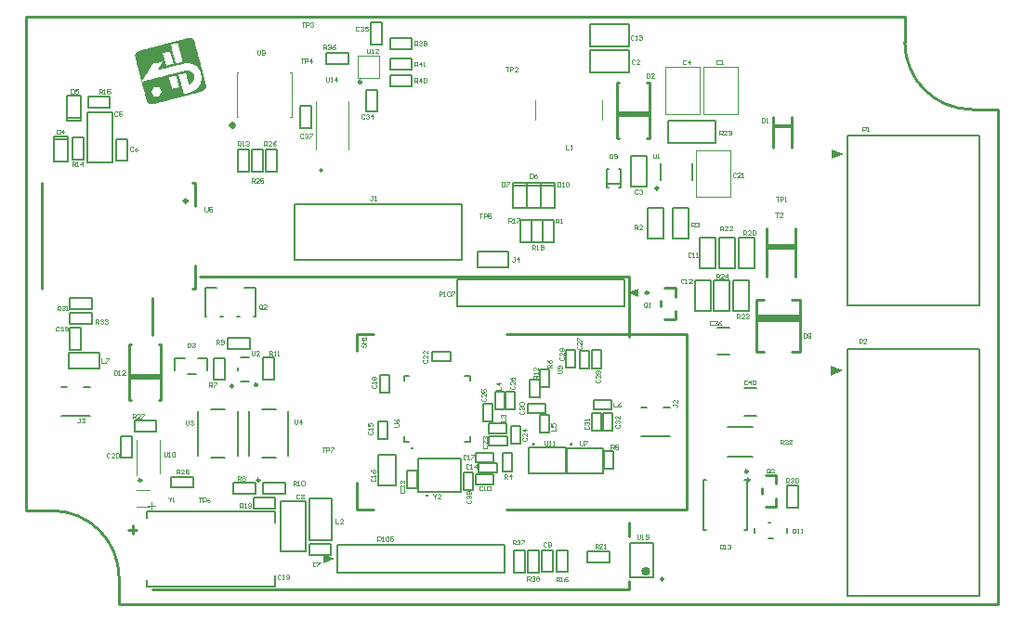
<source format=gto>
G04*
G04 #@! TF.GenerationSoftware,Altium Limited,Altium Designer,20.2.4 (192)*
G04*
G04 Layer_Color=65535*
%FSLAX44Y44*%
%MOMM*%
G71*
G04*
G04 #@! TF.SameCoordinates,742EB62A-7AE8-4A69-8DF3-B4F61E8DB2E3*
G04*
G04*
G04 #@! TF.FilePolarity,Positive*
G04*
G01*
G75*
%ADD10C,0.2540*%
%ADD11C,0.1000*%
%ADD12C,0.2400*%
%ADD13C,0.2500*%
%ADD14C,0.4000*%
%ADD15C,0.3500*%
%ADD16C,0.2000*%
%ADD17C,0.1524*%
%ADD18C,0.1270*%
%ADD19C,0.1200*%
%ADD20C,0.1500*%
%ADD21C,0.2140*%
%ADD22C,0.0900*%
%ADD23C,0.0900*%
%ADD24R,2.9200X0.5080*%
%ADD25R,1.2500X0.2540*%
%ADD26R,3.9400X0.7620*%
%ADD27R,1.7000X0.3810*%
%ADD28R,2.6000X0.5080*%
G36*
X195942Y41290D02*
X185782Y37226D01*
X185782Y45354D01*
X195942Y41290D01*
D02*
G37*
G36*
X65876Y515704D02*
X66384D01*
Y515450D01*
X66892D01*
Y515196D01*
X67400D01*
Y514688D01*
X67908D01*
Y514180D01*
X68416D01*
Y513926D01*
X68670D01*
Y512910D01*
X68924D01*
Y512402D01*
X69178D01*
Y510878D01*
X69432D01*
Y510116D01*
X69686D01*
Y508846D01*
X69940D01*
Y508084D01*
X70194D01*
Y507576D01*
X70448D01*
Y506052D01*
X70702D01*
Y505544D01*
X70956D01*
Y504020D01*
X71210D01*
Y503512D01*
X71464D01*
Y501988D01*
X71718D01*
Y501480D01*
X71972D01*
Y500718D01*
X72226D01*
Y499194D01*
X72480D01*
Y498686D01*
X72734D01*
Y497416D01*
X72988D01*
Y496654D01*
X73242D01*
Y495130D01*
X73496D01*
Y494622D01*
X73750D01*
Y493860D01*
X74004D01*
Y492590D01*
X74258D01*
Y491828D01*
X74512D01*
Y490304D01*
X74766D01*
Y489796D01*
X75020D01*
Y488526D01*
X75274D01*
Y487764D01*
X75528D01*
Y487002D01*
X75782D01*
Y485732D01*
X76036D01*
Y484970D01*
X76290D01*
Y483700D01*
X76544D01*
Y482938D01*
X76798D01*
Y481414D01*
X77052D01*
Y480906D01*
X77306D01*
Y480144D01*
X77560D01*
Y478874D01*
X77814D01*
Y478112D01*
X78068D01*
Y476842D01*
X78322D01*
Y476080D01*
X78576D01*
Y474810D01*
X78830D01*
Y474048D01*
X79084D01*
Y473540D01*
X79338D01*
Y470746D01*
X79084D01*
Y470492D01*
X78830D01*
Y469984D01*
X78576D01*
Y469476D01*
X78322D01*
Y469222D01*
X78068D01*
Y468968D01*
X77814D01*
Y468714D01*
X77560D01*
Y468460D01*
X77306D01*
Y468206D01*
X76798D01*
Y467952D01*
X76544D01*
Y467698D01*
X76036D01*
Y467444D01*
X75274D01*
Y467190D01*
X74766D01*
Y466936D01*
X73496D01*
Y466682D01*
X72734D01*
Y466428D01*
X71464D01*
Y466174D01*
X70702D01*
Y465920D01*
X70194D01*
Y465666D01*
X68670D01*
Y465412D01*
X67908D01*
Y465158D01*
X66892D01*
Y464904D01*
X66130D01*
Y464650D01*
X64606D01*
Y464396D01*
X63844D01*
Y464142D01*
X63336D01*
Y463888D01*
X61812D01*
Y463634D01*
X61304D01*
Y463380D01*
X59780D01*
Y463126D01*
X59018D01*
Y462872D01*
X57748D01*
Y462618D01*
X57240D01*
Y462364D01*
X56478D01*
Y462110D01*
X54954D01*
Y461856D01*
X54446D01*
Y461602D01*
X53176D01*
Y461348D01*
X52414D01*
Y461094D01*
X50890D01*
Y460840D01*
X50128D01*
Y460586D01*
X49620D01*
Y460332D01*
X48350D01*
Y460078D01*
X47588D01*
Y459824D01*
X46064D01*
Y459570D01*
X45302D01*
Y459316D01*
X44286D01*
Y459062D01*
X43524D01*
Y458808D01*
X42762D01*
Y458554D01*
X41238D01*
Y458300D01*
X40730D01*
Y458046D01*
X39460D01*
Y457792D01*
X38698D01*
Y457538D01*
X37174D01*
Y457284D01*
X36412D01*
Y457030D01*
X35904D01*
Y456776D01*
X34634D01*
Y456522D01*
X33872D01*
Y456268D01*
X32348D01*
Y456014D01*
X31840D01*
Y455760D01*
X28538D01*
Y456014D01*
X27776D01*
Y456268D01*
X27014D01*
Y456522D01*
X26760D01*
Y456776D01*
X26252D01*
Y457284D01*
X25998D01*
Y457538D01*
X25490D01*
Y458046D01*
X25236D01*
Y458554D01*
X24982D01*
Y459824D01*
X24728D01*
Y460586D01*
X24474D01*
Y461856D01*
X24220D01*
Y462618D01*
X23966D01*
Y463380D01*
X23712D01*
Y464650D01*
X23458D01*
Y465158D01*
X23204D01*
Y466682D01*
X22950D01*
Y467444D01*
X22696D01*
Y468714D01*
X22442D01*
Y469222D01*
X22188D01*
Y469984D01*
X21934D01*
Y471508D01*
X21680D01*
Y472270D01*
X21426D01*
Y473540D01*
X21172D01*
Y474048D01*
X20918D01*
Y475572D01*
X20664D01*
Y476334D01*
X20410D01*
Y477096D01*
X20156D01*
Y478112D01*
X19902D01*
Y478874D01*
X19648D01*
Y480398D01*
X19394D01*
Y481160D01*
X19140D01*
Y482430D01*
X18886D01*
Y482938D01*
X18632D01*
Y483700D01*
X18378D01*
Y485224D01*
X18124D01*
Y485986D01*
X17870D01*
Y487256D01*
X17616D01*
Y487764D01*
X17362D01*
Y489288D01*
X17108D01*
Y490050D01*
X16854D01*
Y490558D01*
X16600D01*
Y491828D01*
X16346D01*
Y492590D01*
X16092D01*
Y494114D01*
X15838D01*
Y494622D01*
X15584D01*
Y496146D01*
X15330D01*
Y496654D01*
X15076D01*
Y497416D01*
X14822D01*
Y498940D01*
X14568D01*
Y500464D01*
X14822D01*
Y501734D01*
X15076D01*
Y501988D01*
X15330D01*
Y502242D01*
X15584D01*
Y502750D01*
X16092D01*
Y503258D01*
X16346D01*
Y503512D01*
X17108D01*
Y503766D01*
X17362D01*
Y504020D01*
X17870D01*
Y504274D01*
X18378D01*
Y504528D01*
X19648D01*
Y504782D01*
X20156D01*
Y505036D01*
X20918D01*
Y505290D01*
X22188D01*
Y505544D01*
X22950D01*
Y505798D01*
X24474D01*
Y506052D01*
X24982D01*
Y506306D01*
X26252D01*
Y506560D01*
X27014D01*
Y506814D01*
X27776D01*
Y507068D01*
X29046D01*
Y507322D01*
X29808D01*
Y507576D01*
X31078D01*
Y507830D01*
X31840D01*
Y508084D01*
X33110D01*
Y508338D01*
X33872D01*
Y508592D01*
X34380D01*
Y508846D01*
X35650D01*
Y509100D01*
X36412D01*
Y509354D01*
X37936D01*
Y509608D01*
X38698D01*
Y509862D01*
X39714D01*
Y510116D01*
X40476D01*
Y510370D01*
X41238D01*
Y510624D01*
X42508D01*
Y510878D01*
X43270D01*
Y511132D01*
X44540D01*
Y511386D01*
X45048D01*
Y511640D01*
X46572D01*
Y511894D01*
X47334D01*
Y512148D01*
X48096D01*
Y512402D01*
X49366D01*
Y512656D01*
X49874D01*
Y512910D01*
X51398D01*
Y513164D01*
X51906D01*
Y513418D01*
X53430D01*
Y513672D01*
X54192D01*
Y513926D01*
X54700D01*
Y514180D01*
X55970D01*
Y514434D01*
X56732D01*
Y514688D01*
X58256D01*
Y514942D01*
X58764D01*
Y515196D01*
X60034D01*
Y515450D01*
X60796D01*
Y515704D01*
X61558D01*
Y515958D01*
X65876D01*
Y515704D01*
D02*
G37*
G36*
X463422Y283790D02*
X473582Y287854D01*
X473582Y279727D01*
X463422Y283790D01*
D02*
G37*
G36*
X659530Y212700D02*
X648418Y208255D01*
X648418Y217145D01*
X659530Y212700D01*
D02*
G37*
G36*
X660400Y410106D02*
X649287Y405661D01*
X649288Y414551D01*
X660400Y410106D01*
D02*
G37*
%LPC*%
G36*
X53684Y511386D02*
X51906D01*
Y511132D01*
X51398D01*
Y510878D01*
X49874D01*
Y510624D01*
X49112D01*
Y510370D01*
X47842D01*
Y510116D01*
X47080D01*
Y509862D01*
Y509608D01*
Y509354D01*
X47334D01*
Y509100D01*
Y508846D01*
X47588D01*
Y508592D01*
Y508338D01*
Y508084D01*
X47842D01*
Y507830D01*
Y507576D01*
Y507322D01*
Y507068D01*
Y506814D01*
Y506560D01*
X48096D01*
Y506306D01*
Y506052D01*
Y505798D01*
X48350D01*
Y505544D01*
Y505290D01*
Y505036D01*
Y504782D01*
Y504528D01*
X48604D01*
Y504274D01*
Y504020D01*
X48858D01*
Y503766D01*
Y503512D01*
Y503258D01*
Y503004D01*
Y502750D01*
Y502496D01*
X49112D01*
Y502242D01*
Y501988D01*
X49366D01*
Y501734D01*
Y501480D01*
Y501226D01*
X49620D01*
Y500972D01*
Y500718D01*
Y500464D01*
Y500210D01*
Y499956D01*
X49874D01*
Y499702D01*
Y499448D01*
Y499194D01*
X50128D01*
Y498940D01*
Y498686D01*
Y498432D01*
Y498178D01*
Y497924D01*
X50382D01*
Y497670D01*
Y497416D01*
Y497162D01*
X50636D01*
Y496908D01*
Y496654D01*
Y496400D01*
X50890D01*
Y496146D01*
Y495892D01*
Y495638D01*
Y495384D01*
Y495130D01*
X51144D01*
Y494876D01*
Y494622D01*
X51398D01*
Y494368D01*
Y494114D01*
Y493860D01*
Y493606D01*
Y493352D01*
Y493098D01*
X51652D01*
Y492844D01*
X51906D01*
Y493098D01*
X52668D01*
Y493352D01*
X54192D01*
Y493606D01*
X54700D01*
Y493860D01*
X56224D01*
Y494114D01*
X56986D01*
Y494368D01*
X57748D01*
Y494622D01*
X58002D01*
Y494876D01*
Y495130D01*
X57748D01*
Y495384D01*
Y495638D01*
Y495892D01*
Y496146D01*
Y496400D01*
Y496654D01*
X57494D01*
Y496908D01*
Y497162D01*
X57240D01*
Y497416D01*
Y497670D01*
Y497924D01*
X56986D01*
Y498178D01*
Y498432D01*
Y498686D01*
Y498940D01*
Y499194D01*
X56732D01*
Y499448D01*
Y499702D01*
Y499956D01*
X56478D01*
Y500210D01*
Y500464D01*
Y500718D01*
Y500972D01*
Y501226D01*
X56224D01*
Y501480D01*
Y501734D01*
Y501988D01*
X55970D01*
Y502242D01*
Y502496D01*
Y502750D01*
Y503004D01*
Y503258D01*
X55716D01*
Y503512D01*
Y503766D01*
Y504020D01*
X55462D01*
Y504274D01*
Y504528D01*
X55208D01*
Y504782D01*
Y505036D01*
Y505290D01*
Y505544D01*
Y505798D01*
Y506052D01*
X54954D01*
Y506306D01*
Y506560D01*
Y506814D01*
X54700D01*
Y507068D01*
Y507322D01*
Y507576D01*
Y507830D01*
X54446D01*
Y508084D01*
Y508338D01*
Y508592D01*
X54192D01*
Y508846D01*
Y509100D01*
Y509354D01*
Y509608D01*
Y509862D01*
Y510116D01*
X53938D01*
Y510370D01*
Y510624D01*
Y510878D01*
X53684D01*
Y511132D01*
Y511386D01*
D02*
G37*
G36*
X46318Y503766D02*
X45302D01*
Y503512D01*
X44540D01*
Y503258D01*
X43016D01*
Y503004D01*
X42508D01*
Y502750D01*
X41746D01*
Y502496D01*
X40222D01*
Y502242D01*
X39968D01*
Y501988D01*
Y501734D01*
Y501480D01*
Y501226D01*
X40222D01*
Y500972D01*
Y500718D01*
X40476D01*
Y500464D01*
Y500210D01*
Y499956D01*
X40730D01*
Y499702D01*
Y499448D01*
Y499194D01*
Y498940D01*
Y498686D01*
X40984D01*
Y498432D01*
Y498178D01*
X41238D01*
Y497924D01*
Y497670D01*
Y497416D01*
Y497162D01*
Y496908D01*
X41492D01*
Y496654D01*
Y496400D01*
X41746D01*
Y496146D01*
Y495892D01*
Y495638D01*
Y495384D01*
Y495130D01*
X42000D01*
Y494876D01*
Y494622D01*
X42254D01*
Y494368D01*
Y494114D01*
Y493860D01*
X42508D01*
Y493606D01*
Y493352D01*
Y493098D01*
Y492844D01*
Y492590D01*
X42762D01*
Y492336D01*
Y492082D01*
X43016D01*
Y491828D01*
Y491574D01*
Y491320D01*
Y491066D01*
X44032D01*
Y491320D01*
X44794D01*
Y491574D01*
X46318D01*
Y491828D01*
X46826D01*
Y492082D01*
X48350D01*
Y492336D01*
X49112D01*
Y492590D01*
X49620D01*
Y492844D01*
X49366D01*
Y493098D01*
Y493352D01*
Y493606D01*
Y493860D01*
Y494114D01*
X49112D01*
Y494368D01*
Y494622D01*
X48858D01*
Y494876D01*
Y495130D01*
Y495384D01*
X48604D01*
Y495638D01*
Y495892D01*
Y496146D01*
Y496400D01*
Y496654D01*
X48350D01*
Y496908D01*
Y497162D01*
X48096D01*
Y497416D01*
Y497670D01*
Y497924D01*
Y498178D01*
Y498432D01*
X47842D01*
Y498686D01*
Y498940D01*
X47588D01*
Y499194D01*
Y499448D01*
Y499702D01*
Y499956D01*
Y500210D01*
X47334D01*
Y500464D01*
Y500718D01*
X47080D01*
Y500972D01*
Y501226D01*
Y501480D01*
X46826D01*
Y501734D01*
Y501988D01*
Y502242D01*
Y502496D01*
Y502750D01*
X46572D01*
Y503004D01*
Y503258D01*
X46318D01*
Y503512D01*
Y503766D01*
D02*
G37*
G36*
X39714Y494622D02*
X39206D01*
Y494368D01*
X37682D01*
Y494114D01*
X36920D01*
Y493860D01*
X35904D01*
Y493606D01*
X34380D01*
Y493352D01*
X33618D01*
Y493098D01*
X32094D01*
Y492844D01*
X31078D01*
Y492590D01*
X30570D01*
Y492336D01*
X30316D01*
Y492082D01*
Y491828D01*
X30062D01*
Y491574D01*
Y491320D01*
X29808D01*
Y491066D01*
X29554D01*
Y490812D01*
X29300D01*
Y490558D01*
Y490304D01*
Y490050D01*
X28792D01*
Y489796D01*
Y489542D01*
Y489288D01*
X28538D01*
Y489034D01*
X28284D01*
Y488780D01*
Y488526D01*
Y488272D01*
X27776D01*
Y488018D01*
Y487764D01*
X27522D01*
Y487510D01*
Y487256D01*
X27268D01*
Y487002D01*
X27014D01*
Y486748D01*
Y486494D01*
X26760D01*
Y486240D01*
Y485986D01*
X26506D01*
Y485732D01*
Y485478D01*
X26252D01*
Y485224D01*
X25998D01*
Y484970D01*
X25744D01*
Y484716D01*
Y484462D01*
Y484208D01*
X25236D01*
Y483954D01*
Y483700D01*
Y483446D01*
X24982D01*
Y483192D01*
X24728D01*
Y482938D01*
Y482684D01*
Y482430D01*
X24220D01*
Y482176D01*
Y481922D01*
X23966D01*
Y481668D01*
Y481414D01*
X23712D01*
Y481160D01*
X23458D01*
Y480906D01*
Y480652D01*
X23204D01*
Y480398D01*
Y480144D01*
X22950D01*
Y479890D01*
Y479636D01*
X22696D01*
Y479382D01*
X22442D01*
Y479128D01*
X22188D01*
Y478874D01*
Y478620D01*
Y478366D01*
X21934D01*
Y478112D01*
X21680D01*
Y477858D01*
Y477604D01*
X21426D01*
Y477350D01*
X21172D01*
Y477096D01*
Y476842D01*
Y476588D01*
X22442D01*
Y476842D01*
X23204D01*
Y477096D01*
X23712D01*
Y477350D01*
X25236D01*
Y477604D01*
X25998D01*
Y477858D01*
X27268D01*
Y478112D01*
X28030D01*
Y478366D01*
X29554D01*
Y478620D01*
X30316D01*
Y478874D01*
X30824D01*
Y479128D01*
X32348D01*
Y479382D01*
X33110D01*
Y479636D01*
X34380D01*
Y479890D01*
X35142D01*
Y480144D01*
X36666D01*
Y480398D01*
X37428D01*
Y480652D01*
X37936D01*
Y480906D01*
X39460D01*
Y481160D01*
X40222D01*
Y481414D01*
X41492D01*
Y481668D01*
X42254D01*
Y481922D01*
X43016D01*
Y482176D01*
X44540D01*
Y482430D01*
X45048D01*
Y482684D01*
X46572D01*
Y482938D01*
X47334D01*
Y483192D01*
X48604D01*
Y483446D01*
X49366D01*
Y483700D01*
X50128D01*
Y483954D01*
X51652D01*
Y484208D01*
X52414D01*
Y484462D01*
X53938D01*
Y484716D01*
X54700D01*
Y484970D01*
X55970D01*
Y485224D01*
X56732D01*
Y485478D01*
X57494D01*
Y485732D01*
X58764D01*
Y485986D01*
X59526D01*
Y486240D01*
X64352D01*
Y485986D01*
X64860D01*
Y485732D01*
X65622D01*
Y485478D01*
X65876D01*
Y485224D01*
X66130D01*
Y484970D01*
X66638D01*
Y484716D01*
X66892D01*
Y484462D01*
X67146D01*
Y484208D01*
X67400D01*
Y483954D01*
Y483700D01*
X67654D01*
Y483446D01*
Y483192D01*
X67908D01*
Y482938D01*
Y482684D01*
X68162D01*
Y482430D01*
Y482176D01*
X68416D01*
Y481922D01*
Y481668D01*
Y481414D01*
X68670D01*
Y481160D01*
Y480906D01*
Y480652D01*
Y480398D01*
Y480144D01*
Y479890D01*
Y479636D01*
Y479382D01*
Y479128D01*
Y478874D01*
X68416D01*
Y478620D01*
Y478366D01*
Y478112D01*
X68162D01*
Y477858D01*
Y477604D01*
X67908D01*
Y477350D01*
Y477096D01*
X67654D01*
Y476842D01*
Y476588D01*
X67400D01*
Y476334D01*
Y476080D01*
X67146D01*
Y475826D01*
X66892D01*
Y475572D01*
X66638D01*
Y475318D01*
X66130D01*
Y475064D01*
Y474810D01*
X65622D01*
Y474556D01*
X65368D01*
Y474302D01*
X65114D01*
Y474048D01*
X64352D01*
Y473794D01*
X63844D01*
Y473540D01*
X63590D01*
Y473794D01*
Y474048D01*
Y474302D01*
X63336D01*
Y474556D01*
Y474810D01*
Y475064D01*
X63082D01*
Y475318D01*
Y475572D01*
Y475826D01*
Y476080D01*
Y476334D01*
X62828D01*
Y476588D01*
Y476842D01*
Y477096D01*
X62574D01*
Y477350D01*
Y477604D01*
X62320D01*
Y477858D01*
Y478112D01*
Y478366D01*
Y478620D01*
Y478874D01*
X62066D01*
Y479128D01*
Y479382D01*
Y479636D01*
X61812D01*
Y479890D01*
Y480144D01*
Y480398D01*
Y480652D01*
Y480906D01*
Y481160D01*
X61558D01*
Y481414D01*
Y481668D01*
Y481922D01*
X61304D01*
Y482176D01*
Y482430D01*
Y482684D01*
Y482938D01*
X61050D01*
Y483192D01*
Y483446D01*
Y483700D01*
X60796D01*
Y483954D01*
Y484208D01*
X60288D01*
Y483954D01*
X59526D01*
Y483700D01*
X58002D01*
Y483446D01*
X57240D01*
Y483192D01*
X56732D01*
Y482938D01*
X55208D01*
Y482684D01*
X54446D01*
Y482430D01*
Y482176D01*
Y481922D01*
Y481668D01*
X54700D01*
Y481414D01*
Y481160D01*
Y480906D01*
X54954D01*
Y480652D01*
Y480398D01*
Y480144D01*
Y479890D01*
Y479636D01*
X55208D01*
Y479382D01*
Y479128D01*
X55462D01*
Y478874D01*
Y478620D01*
Y478366D01*
Y478112D01*
Y477858D01*
Y477604D01*
X55716D01*
Y477350D01*
Y477096D01*
Y476842D01*
X55970D01*
Y476588D01*
Y476334D01*
X56224D01*
Y476080D01*
Y475826D01*
Y475572D01*
Y475318D01*
Y475064D01*
Y474810D01*
X56478D01*
Y474556D01*
Y474302D01*
X56732D01*
Y474048D01*
Y473794D01*
Y473540D01*
Y473286D01*
Y473032D01*
X56986D01*
Y472778D01*
Y472524D01*
Y472270D01*
X57240D01*
Y472016D01*
Y471762D01*
Y471508D01*
Y471254D01*
Y471000D01*
Y470746D01*
X57494D01*
Y470492D01*
Y470238D01*
X57748D01*
Y469984D01*
Y469730D01*
Y469476D01*
X58002D01*
Y469222D01*
Y468968D01*
Y468714D01*
Y468460D01*
Y468206D01*
X58256D01*
Y467952D01*
Y467698D01*
Y467444D01*
X58510D01*
Y467190D01*
Y466936D01*
Y466682D01*
Y466428D01*
Y466174D01*
X58764D01*
Y465920D01*
Y465666D01*
Y465412D01*
X59018D01*
Y465158D01*
Y464904D01*
X59526D01*
Y465158D01*
X60542D01*
Y465412D01*
X62066D01*
Y465666D01*
X62828D01*
Y465920D01*
X63844D01*
Y466174D01*
X64352D01*
Y466428D01*
X64860D01*
Y466682D01*
X65876D01*
Y466936D01*
X66384D01*
Y467190D01*
X67146D01*
Y467444D01*
X67400D01*
Y467698D01*
X68162D01*
Y467952D01*
X68416D01*
Y468206D01*
X68670D01*
Y468460D01*
X69178D01*
Y468714D01*
X69432D01*
Y468968D01*
X70194D01*
Y469222D01*
Y469476D01*
X70702D01*
Y469730D01*
X70956D01*
Y469984D01*
X71210D01*
Y470238D01*
X71464D01*
Y470492D01*
X71718D01*
Y470746D01*
X71972D01*
Y471000D01*
X72226D01*
Y471254D01*
X72480D01*
Y471508D01*
Y471762D01*
X72734D01*
Y472016D01*
X72988D01*
Y472270D01*
Y472524D01*
X73496D01*
Y472778D01*
Y473032D01*
X73750D01*
Y473286D01*
Y473540D01*
Y473794D01*
X74004D01*
Y474048D01*
X74258D01*
Y474302D01*
Y474556D01*
Y474810D01*
X74512D01*
Y475064D01*
Y475318D01*
Y475572D01*
X74766D01*
Y475826D01*
Y476080D01*
Y476334D01*
Y476588D01*
Y476842D01*
Y477096D01*
X75020D01*
Y477350D01*
Y477604D01*
Y477858D01*
Y478112D01*
Y478366D01*
Y478620D01*
Y478874D01*
X75274D01*
Y479128D01*
Y479382D01*
Y479636D01*
Y479890D01*
X75020D01*
Y480144D01*
Y480398D01*
Y480652D01*
Y480906D01*
Y481160D01*
Y481414D01*
Y481668D01*
Y481922D01*
X74766D01*
Y482176D01*
Y482430D01*
Y482684D01*
Y482938D01*
Y483192D01*
Y483446D01*
Y483700D01*
X74512D01*
Y483954D01*
Y484208D01*
Y484462D01*
X74258D01*
Y484716D01*
Y484970D01*
Y485224D01*
Y485478D01*
X74004D01*
Y485732D01*
Y485986D01*
X73750D01*
Y486240D01*
Y486494D01*
X73496D01*
Y486748D01*
Y487002D01*
X73242D01*
Y487256D01*
X72988D01*
Y487510D01*
Y487764D01*
X72734D01*
Y488018D01*
X72480D01*
Y488272D01*
Y488526D01*
X72226D01*
Y488780D01*
X71972D01*
Y489034D01*
X71718D01*
Y489288D01*
X71464D01*
Y489542D01*
X71210D01*
Y489796D01*
X70956D01*
Y490050D01*
X70702D01*
Y490304D01*
X70194D01*
Y490558D01*
Y490812D01*
X69432D01*
Y491066D01*
Y491320D01*
X68670D01*
Y491574D01*
X68416D01*
Y491828D01*
X67654D01*
Y492082D01*
X67146D01*
Y492336D01*
X66638D01*
Y492590D01*
X65114D01*
Y492844D01*
X64098D01*
Y493098D01*
X60542D01*
Y492844D01*
X59272D01*
Y492590D01*
X58002D01*
Y492336D01*
X57240D01*
Y492082D01*
X56478D01*
Y491828D01*
X54954D01*
Y491574D01*
X54446D01*
Y491320D01*
X52668D01*
Y491066D01*
X51906D01*
Y490812D01*
X50636D01*
Y490558D01*
X49874D01*
Y490304D01*
X49112D01*
Y490050D01*
X47842D01*
Y489796D01*
X47080D01*
Y489542D01*
X45556D01*
Y489288D01*
X44794D01*
Y489034D01*
X43524D01*
Y488780D01*
X42762D01*
Y488526D01*
X42000D01*
Y488272D01*
X40730D01*
Y488018D01*
X39968D01*
Y487764D01*
X38444D01*
Y487510D01*
X37682D01*
Y487256D01*
X36412D01*
Y487002D01*
X35650D01*
Y486748D01*
X35142D01*
Y487002D01*
Y487256D01*
X35396D01*
Y487510D01*
X35650D01*
Y487764D01*
Y488018D01*
X35904D01*
Y488272D01*
Y488526D01*
X36158D01*
Y488780D01*
Y489034D01*
X36412D01*
Y489288D01*
X36666D01*
Y489542D01*
Y489796D01*
X36920D01*
Y490050D01*
Y490304D01*
X37428D01*
Y490558D01*
Y490812D01*
Y491066D01*
X37682D01*
Y491320D01*
X37936D01*
Y491574D01*
Y491828D01*
Y492082D01*
X38444D01*
Y492336D01*
Y492590D01*
X38698D01*
Y492844D01*
Y493098D01*
X38952D01*
Y493352D01*
X39206D01*
Y493606D01*
Y493860D01*
X39460D01*
Y494114D01*
Y494368D01*
X39714D01*
Y494622D01*
D02*
G37*
G36*
X51906Y481922D02*
X51398D01*
Y481668D01*
X50636D01*
Y481414D01*
X49874D01*
Y481160D01*
X48350D01*
Y480906D01*
X47842D01*
Y480652D01*
X46318D01*
Y480398D01*
X45556D01*
Y480144D01*
X45302D01*
Y479890D01*
X45556D01*
Y479636D01*
Y479382D01*
Y479128D01*
X45810D01*
Y478874D01*
Y478620D01*
Y478366D01*
X46064D01*
Y478112D01*
Y477858D01*
Y477604D01*
Y477350D01*
Y477096D01*
X46318D01*
Y476842D01*
Y476588D01*
X46572D01*
Y476334D01*
Y476080D01*
Y475826D01*
Y475572D01*
Y475318D01*
Y475064D01*
X46826D01*
Y474810D01*
Y474556D01*
Y474302D01*
X47080D01*
Y474048D01*
Y473794D01*
Y473540D01*
Y473286D01*
Y473032D01*
X47334D01*
Y472778D01*
Y472524D01*
X47588D01*
Y472270D01*
Y472016D01*
Y471762D01*
X47842D01*
Y471508D01*
Y471254D01*
Y471000D01*
Y470746D01*
Y470492D01*
Y470238D01*
X48096D01*
Y469984D01*
Y469730D01*
X48604D01*
Y469984D01*
X49366D01*
Y470238D01*
X50636D01*
Y470492D01*
X51398D01*
Y470746D01*
X52922D01*
Y471000D01*
X53430D01*
Y471254D01*
X54700D01*
Y471508D01*
Y471762D01*
X54446D01*
Y472016D01*
Y472270D01*
X54192D01*
Y472524D01*
Y472778D01*
Y473032D01*
Y473286D01*
Y473540D01*
Y473794D01*
X53938D01*
Y474048D01*
Y474302D01*
Y474556D01*
X53684D01*
Y474810D01*
Y475064D01*
Y475318D01*
X53430D01*
Y475572D01*
Y475826D01*
Y476080D01*
Y476334D01*
X53176D01*
Y476588D01*
Y476842D01*
Y477096D01*
X52922D01*
Y477350D01*
Y477604D01*
Y477858D01*
Y478112D01*
Y478366D01*
Y478620D01*
X52668D01*
Y478874D01*
Y479128D01*
X52414D01*
Y479382D01*
Y479636D01*
Y479890D01*
Y480144D01*
Y480398D01*
Y480652D01*
X52160D01*
Y480906D01*
Y481160D01*
X51906D01*
Y481414D01*
Y481668D01*
Y481922D01*
D02*
G37*
G36*
X34126Y471254D02*
X31840D01*
Y471000D01*
X31586D01*
Y470746D01*
Y470492D01*
X31078D01*
Y470238D01*
Y469984D01*
X30824D01*
Y469730D01*
Y469476D01*
X30570D01*
Y469222D01*
Y468968D01*
X30316D01*
Y468714D01*
X30062D01*
Y468460D01*
Y468206D01*
X29808D01*
Y467952D01*
X29554D01*
Y467698D01*
Y467444D01*
X29300D01*
Y467190D01*
Y466936D01*
X29554D01*
Y466682D01*
X29808D01*
Y466428D01*
Y466174D01*
X30062D01*
Y465920D01*
Y465666D01*
Y465412D01*
X30316D01*
Y465158D01*
X30570D01*
Y464904D01*
Y464650D01*
Y464396D01*
X30824D01*
Y464142D01*
X31078D01*
Y463888D01*
Y463634D01*
Y463380D01*
X31332D01*
Y463126D01*
X33618D01*
Y462872D01*
X36412D01*
Y463126D01*
X36666D01*
Y463380D01*
Y463634D01*
X36920D01*
Y463888D01*
Y464142D01*
X37428D01*
Y464396D01*
Y464650D01*
Y464904D01*
X37682D01*
Y465158D01*
X37936D01*
Y465412D01*
Y465666D01*
X38190D01*
Y465920D01*
X38444D01*
Y466174D01*
X38698D01*
Y466428D01*
Y466682D01*
X38952D01*
Y466936D01*
X38698D01*
Y467190D01*
Y467444D01*
X38444D01*
Y467698D01*
Y467952D01*
X38190D01*
Y468206D01*
X37936D01*
Y468460D01*
Y468714D01*
Y468968D01*
X37682D01*
Y469222D01*
X37428D01*
Y469476D01*
Y469730D01*
Y469984D01*
X37174D01*
Y470238D01*
Y470492D01*
X36920D01*
Y470746D01*
Y471000D01*
X34126D01*
Y471254D01*
D02*
G37*
%LPD*%
D10*
X411939Y145703D02*
G03*
X411939Y145703I-568J0D01*
G01*
X377701Y145869D02*
G03*
X377701Y145869I-568J0D01*
G01*
X280604Y98824D02*
G03*
X280604Y98824I-359J0D01*
G01*
X390507Y197699D02*
G03*
X390507Y197699I-254J0D01*
G01*
X267092Y142020D02*
G03*
X267092Y142020I-254J0D01*
G01*
X220896Y476080D02*
G03*
X220896Y476080I-1270J0D01*
G01*
X491191Y379132D02*
G03*
X491191Y379132I-1270J0D01*
G01*
X125885Y199821D02*
G03*
X125885Y199821I-1183J0D01*
G01*
X104023Y198638D02*
G03*
X104023Y198638I-1212J0D01*
G01*
X128065Y112913D02*
G03*
X128065Y112913I-1212J0D01*
G01*
X493622Y271210D02*
Y276290D01*
X496842Y259250D02*
X506622D01*
X496842Y288250D02*
X506622Y288250D01*
Y259250D02*
Y267250D01*
Y280250D02*
Y288250D01*
X8540Y67733D02*
X16150D01*
X12345Y63928D02*
Y71538D01*
X598880Y109317D02*
Y117317D01*
Y88317D02*
Y96317D01*
X589100Y117317D02*
X598880Y117317D01*
X589100Y88317D02*
X598880D01*
X585880Y105357D02*
X585880Y100277D01*
X73783Y298516D02*
X465122D01*
Y13516D02*
Y20484D01*
Y61477D02*
Y74401D01*
Y243288D02*
Y298516D01*
X30122Y245528D02*
Y279104D01*
Y13516D02*
X465122D01*
X38032Y236540D02*
X38032Y185740D01*
X8832D02*
Y236540D01*
Y185740D02*
X10732D01*
X8832Y236540D02*
X10732Y236540D01*
X36132D02*
X38032Y236540D01*
X36132Y185740D02*
X38032D01*
X482931Y475652D02*
X482931Y424852D01*
X453731Y424852D02*
Y475652D01*
Y424852D02*
X455631D01*
X453731Y475652D02*
X455631Y475652D01*
X481031Y475652D02*
X482931D01*
X481031Y424852D02*
X482931Y424852D01*
X-70338Y287872D02*
Y383872D01*
X69662Y362692D02*
Y383872D01*
Y287872D02*
Y309052D01*
X66972Y383872D02*
X69662D01*
X66972Y287872D02*
X69662D01*
X580773Y230156D02*
X587773D01*
X613173D02*
X620173D01*
X580773Y277156D02*
X587773D01*
X613173D02*
X620173D01*
X580773Y230156D02*
Y277156D01*
X620173Y230156D02*
Y277156D01*
X612540Y415804D02*
Y444304D01*
X595540Y415804D02*
Y444304D01*
X216878Y86339D02*
Y110459D01*
Y86339D02*
X232108Y86339D01*
X216878Y246339D02*
X232108Y246339D01*
X216878Y231109D02*
X216878Y246339D01*
X352778Y86339D02*
X516878Y86339D01*
X352778Y246339D02*
X516878Y246339D01*
X516878Y86339D02*
X516878Y246339D01*
X716000Y512123D02*
G03*
X777123Y451000I61123J0D01*
G01*
X0Y23877D02*
G03*
X-61123Y85000I-61123J-0D01*
G01*
X-85000Y536000D02*
X716000D01*
X0Y0D02*
X801000D01*
X-85000Y85000D02*
X-61123D01*
X777123Y451000D02*
X801000D01*
X801000Y0D02*
Y451000D01*
X-85000Y85000D02*
Y536000D01*
X0Y0D02*
Y23877D01*
X716000Y512123D02*
Y536000D01*
D11*
X610495Y77749D02*
G03*
X610495Y77749I-500J0D01*
G01*
X525862Y371499D02*
X557362Y371499D01*
X525862Y371499D02*
Y413999D01*
X557362Y371499D02*
Y413999D01*
X525862D02*
X557362D01*
X29517Y86233D02*
Y92583D01*
X26342Y89408D02*
X32692D01*
X157250Y444404D02*
Y484404D01*
X107250Y444404D02*
Y484404D01*
X108440D01*
X107250Y444404D02*
X108440D01*
X156060D02*
X157250D01*
X156060Y484404D02*
X157250D01*
X532083Y489541D02*
X563583Y489541D01*
Y447041D02*
Y489541D01*
X532083Y447041D02*
X532083Y489541D01*
X532083Y447041D02*
X563583D01*
X497793Y489541D02*
X529293Y489541D01*
Y447041D02*
Y489541D01*
X497793Y489541D02*
X497793Y447041D01*
X529293Y447041D01*
X440391Y441362D02*
Y459142D01*
X379411Y441362D02*
X379411Y459142D01*
D12*
X482342Y283910D02*
G03*
X482342Y283910I-1270J0D01*
G01*
X574600Y112977D02*
G03*
X574600Y112977I-1270J0D01*
G01*
D13*
X572831Y120765D02*
G03*
X572831Y120765I-1250J0D01*
G01*
X496092Y22628D02*
G03*
X496092Y22628I-1250J0D01*
G01*
X20336Y112810D02*
G03*
X20336Y112810I-1250J0D01*
G01*
D14*
X481902Y29718D02*
G03*
X481902Y29718I-2000J0D01*
G01*
D15*
X104836Y436464D02*
G03*
X104836Y436464I-1796J0D01*
G01*
X61892Y367622D02*
G03*
X61892Y367622I-1270J0D01*
G01*
D16*
X185066Y395562D02*
G03*
X185066Y395562I-1000J0D01*
G01*
X569815Y196802D02*
X580815Y196802D01*
X569815Y171802D02*
X580815Y171802D01*
X545330Y227130D02*
X556330Y227130D01*
X545330Y252130D02*
X556330Y252130D01*
X608995Y64749D02*
Y68749D01*
X578995Y64749D02*
Y68749D01*
X591995Y73749D02*
X592995D01*
X591995Y59749D02*
X595995D01*
X663600Y7610D02*
Y232610D01*
Y7610D02*
X783600D01*
X663600Y232610D02*
X783600D01*
Y7610D02*
Y232610D01*
X-24628Y268642D02*
Y278642D01*
X-44628D02*
X-24628D01*
X-44628Y268642D02*
Y278642D01*
Y268642D02*
X-24628D01*
X-44628Y255096D02*
Y265096D01*
Y255096D02*
X-24628D01*
Y265096D01*
X-44628D02*
X-24628D01*
X663600Y427606D02*
X783600D01*
X663600Y272606D02*
X783600D01*
X663600D02*
Y427606D01*
X783600Y272606D02*
Y427606D01*
X308482Y296240D02*
X460882Y296240D01*
Y271340D02*
Y296240D01*
X308482Y271340D02*
X308482Y296240D01*
X308482Y271340D02*
X460882D01*
X554703Y160972D02*
X577603Y160972D01*
X554703Y134472D02*
X577603D01*
X572366Y67370D02*
Y113370D01*
X532366Y67370D02*
Y113370D01*
X570081D02*
X572366D01*
X570081Y67370D02*
X572366D01*
X532366Y113370D02*
X534651D01*
X532366Y67370D02*
X534651D01*
X608453Y87705D02*
X618453D01*
X618453Y107705D02*
X618453Y87705D01*
X608453Y107705D02*
X618453D01*
X608453D02*
X608453Y87705D01*
X465592Y55878D02*
X486592D01*
X465592Y23878D02*
X486592D01*
X465592D02*
Y55878D01*
X486592Y23878D02*
Y55878D01*
X446627Y38128D02*
Y48128D01*
X426627D02*
X446627D01*
X426627Y38128D02*
Y48128D01*
Y38128D02*
X446627D01*
X198482Y28840D02*
X350882Y28840D01*
X198482Y28840D02*
Y53740D01*
X350882Y28840D02*
X350882Y53740D01*
X198482D02*
X350882D01*
X142514Y87023D02*
Y97023D01*
X122514D02*
X142514D01*
X122514Y87023D02*
Y97023D01*
Y87023D02*
X142514D01*
X-18208Y214742D02*
Y228742D01*
X-46208Y214742D02*
X-18208D01*
X-46208D02*
Y228742D01*
X-18208D01*
X-44708Y231888D02*
Y251888D01*
X-34708D01*
Y231888D02*
Y251888D01*
X-44708Y231888D02*
X-34708D01*
X160000Y313688D02*
X312398D01*
Y364488D01*
X160000Y313688D02*
Y364488D01*
X312398D01*
X500210Y420358D02*
Y440678D01*
X543390D01*
X500210Y420358D02*
X543390D01*
Y440678D01*
X47602Y105974D02*
X67602D01*
X47602D02*
Y115974D01*
X67602D01*
Y105974D02*
Y115974D01*
X14086Y156923D02*
X34086D01*
X14086D02*
Y166923D01*
X34086D01*
Y156923D02*
Y166923D01*
X1868Y133050D02*
X11868D01*
Y153050D01*
X1868D02*
X11868D01*
X1868Y133050D02*
Y153050D01*
X143600Y394364D02*
Y414364D01*
X133600Y394364D02*
X143600D01*
X133600D02*
Y414364D01*
X143600D01*
X130900Y394364D02*
Y414364D01*
X120900Y394364D02*
X130900D01*
X120900D02*
Y414364D01*
X130900D01*
X118200Y394364D02*
Y414364D01*
X108200Y394364D02*
X118200D01*
X108200D02*
Y414364D01*
X118200D01*
X365912Y350091D02*
X365912Y330091D01*
X365912Y350091D02*
X375912Y350091D01*
X375912Y330091D01*
X365912D02*
X375912D01*
X359062Y361045D02*
X371762Y361045D01*
X359062Y361045D02*
Y381366D01*
X371762Y381366D02*
X371762Y361045D01*
X359062Y381366D02*
X371762Y381366D01*
X371762Y383905D01*
X359062Y381366D02*
X359062Y383905D01*
X371762Y383905D01*
X124262Y262354D02*
Y288354D01*
X78262Y262354D02*
X78262Y288354D01*
X88562Y288354D01*
X113962Y288354D02*
X124262Y288354D01*
X78262Y262354D02*
X79672D01*
X122852D02*
X124262D01*
X92372D02*
X94912D01*
X107612D02*
X110152Y262354D01*
X173254Y44694D02*
X193254D01*
X173254D02*
Y54694D01*
X193254D01*
Y44694D02*
Y54694D01*
X481657Y333382D02*
X495657D01*
X481657D02*
Y361382D01*
X495657D01*
Y333382D02*
Y361382D01*
X428961Y484542D02*
X428961Y504862D01*
X464521D01*
Y484542D02*
Y504862D01*
X428961Y484542D02*
X464521D01*
X398473Y29133D02*
Y49133D01*
X408473D01*
Y29133D02*
Y49133D01*
X398473Y29133D02*
X408473D01*
X173094Y57751D02*
X193414D01*
Y95851D01*
X173094Y57751D02*
X173094Y95851D01*
X193414D01*
X385495Y29062D02*
Y49062D01*
X395495D01*
Y29062D02*
Y49062D01*
X385495Y29062D02*
X395495D01*
X147521Y48032D02*
Y93752D01*
X170381D01*
Y48032D02*
Y93752D01*
X147521Y48032D02*
X170381D01*
X371768Y383933D02*
X384468Y383933D01*
X371768Y381393D02*
X371768Y383933D01*
X384468Y381393D02*
X384468Y383933D01*
X371768Y381393D02*
X384468Y381393D01*
X384468Y361073D01*
X371768Y381393D02*
X371768Y361073D01*
X384468D01*
X369590Y28668D02*
Y48668D01*
X359590Y28668D02*
X369590D01*
X359590D02*
Y48668D01*
X369590D01*
X504511Y333382D02*
X504511Y361382D01*
X504511Y333382D02*
X518511Y333382D01*
Y361382D01*
X504511D02*
X518511D01*
X480411Y408372D02*
X480411Y380372D01*
X466411Y408372D02*
X480411D01*
X466411Y380372D02*
Y408372D01*
Y380372D02*
X480411Y380372D01*
X50726Y223670D02*
X50726Y212860D01*
X80726D02*
Y223670D01*
X50726D02*
X59616Y223670D01*
X71836Y223670D02*
X80726D01*
X62156Y209670D02*
X69776D01*
X86366Y224130D02*
X96366D01*
X86366D02*
X86366Y204130D01*
X96366D02*
Y224130D01*
X86366Y204130D02*
X96366D01*
X103972Y110418D02*
X123972D01*
X103972Y100418D02*
Y110418D01*
Y100418D02*
X123972Y100418D01*
Y110418D01*
X99136Y232762D02*
X119136D01*
X99136D02*
Y242762D01*
X119136D01*
Y232762D02*
Y242762D01*
X131150Y100418D02*
Y110418D01*
Y100418D02*
X151150D01*
Y110418D01*
X131150D02*
X151150D01*
X131324Y204638D02*
Y224638D01*
X141324D01*
Y204638D02*
Y224638D01*
X131324Y204638D02*
X141324D01*
X110924Y224876D02*
X118544D01*
X110924Y202876D02*
X118544D01*
X107984Y215146D02*
X107984Y212606D01*
X107842Y134882D02*
X107842Y175522D01*
X83492Y133202D02*
X96192D01*
X83492Y177202D02*
X96192Y177202D01*
X71842Y134882D02*
Y175522D01*
X154324Y134882D02*
Y175522D01*
X129974Y133202D02*
X142674Y133202D01*
X129974Y177202D02*
X142674D01*
X118324Y134882D02*
Y175522D01*
X-6434Y402674D02*
Y448394D01*
X-29294Y402674D02*
X-6434D01*
X-29294D02*
Y448394D01*
X-6434D01*
X-2798Y424104D02*
X7202D01*
X-2798Y404104D02*
Y424104D01*
Y404104D02*
X7202D01*
Y424104D01*
X-59266Y426042D02*
X-46566D01*
X-59266Y423502D02*
Y426042D01*
X-46566Y423502D02*
Y426042D01*
X-59266Y423502D02*
X-46566D01*
Y403182D02*
Y423502D01*
X-59266Y403182D02*
Y423502D01*
Y403182D02*
X-46566D01*
X-47261Y440702D02*
X-34561D01*
Y443242D01*
X-47261Y440702D02*
Y443242D01*
X-34561D01*
X-47261D02*
Y463562D01*
X-34561Y443242D02*
Y463562D01*
X-47261D02*
X-34561D01*
X188798Y502670D02*
X208798D01*
Y492670D02*
Y502670D01*
X188798Y492670D02*
X208798D01*
X188798D02*
Y502670D01*
X578995Y305923D02*
Y333923D01*
X564995D02*
X578995D01*
X564995Y305923D02*
Y333923D01*
Y305923D02*
X578995D01*
X-32676Y405120D02*
Y425120D01*
X-42676Y405120D02*
X-32676D01*
X-42676D02*
Y425120D01*
X-32676D01*
X-28251Y452902D02*
X-8251D01*
X-28251D02*
Y462902D01*
X-8251D01*
Y452902D02*
Y462902D01*
X326660Y307029D02*
X354660Y307029D01*
Y321030D01*
X326660D02*
X354660D01*
X326660Y307029D02*
X326660Y321030D01*
X529435Y305923D02*
X543435D01*
X529435D02*
Y333923D01*
X543435D01*
Y305923D02*
Y333923D01*
X573585Y267032D02*
Y295032D01*
X559585D02*
X573585D01*
X559585Y267032D02*
Y295032D01*
Y267032D02*
X573585D01*
X375795Y330098D02*
X375795Y350098D01*
X385795Y350098D01*
X385795Y330098D02*
X385795Y350098D01*
X375795Y330098D02*
X385795Y330098D01*
X556059Y267032D02*
Y295032D01*
X542059D02*
X556059D01*
X542059Y267032D02*
Y295032D01*
Y267032D02*
X556059D01*
X382504Y28757D02*
Y48757D01*
X372504Y28757D02*
X382504D01*
X372504D02*
Y48757D01*
X382504D01*
X547215Y305923D02*
Y333923D01*
Y305923D02*
X561215D01*
Y333923D01*
X547215D02*
X561215D01*
X524787Y267032D02*
Y295032D01*
Y267032D02*
X538787D01*
Y295032D01*
X524787D02*
X538787D01*
X428961Y508672D02*
Y528992D01*
X464521D01*
Y508672D02*
Y528992D01*
X428961Y508672D02*
X464521D01*
X225040Y449110D02*
Y469110D01*
X235040D01*
Y449110D02*
Y469110D01*
X225040Y449110D02*
X235040D01*
X239746Y510176D02*
Y530176D01*
X229746Y510176D02*
X239746D01*
X229746D02*
Y530176D01*
X239746D01*
X165350Y434076D02*
Y454076D01*
X175350D01*
Y434076D02*
Y454076D01*
X165350Y434076D02*
X175350D01*
X246797Y515827D02*
X266798D01*
Y505827D02*
Y515827D01*
X246797Y505827D02*
X266798D01*
X246797D02*
Y515827D01*
X246710Y471842D02*
X266710D01*
X246710D02*
Y481842D01*
X266710D01*
Y471842D02*
Y481842D01*
X246710Y487550D02*
X266710D01*
X246710D02*
Y497550D01*
X266710D01*
Y487550D02*
Y497550D01*
X385856Y330091D02*
X395856D01*
X395855Y350091D02*
X395856Y330091D01*
X385856Y350091D02*
X395855Y350091D01*
X385856Y350091D02*
X385856Y330091D01*
X384533Y383899D02*
X397233D01*
X384533Y381359D02*
X384533Y383899D01*
X397233Y381359D02*
Y383899D01*
X384533Y381359D02*
X397233Y381359D01*
X397233Y361039D01*
X384533Y361039D02*
Y381359D01*
Y361039D02*
X397233Y361039D01*
D17*
X325153Y109240D02*
Y117876D01*
X341409Y117876D01*
X341409Y109240D01*
X325153Y109240D02*
X341409Y109240D01*
X327863Y119725D02*
X327863Y128361D01*
X344119D01*
Y119725D02*
Y128361D01*
X327863Y119725D02*
X344119D01*
X235893Y166820D02*
X244529D01*
Y150564D02*
Y166820D01*
X235893Y150564D02*
X244529D01*
X235893Y166820D02*
X235893Y150564D01*
X325087Y129270D02*
Y137906D01*
X341343Y137906D01*
X341343Y129270D01*
X325087D02*
X341343D01*
X237930Y209037D02*
X246566D01*
Y192781D02*
Y209037D01*
X237930Y192781D02*
X246566D01*
X237930D02*
Y209037D01*
X301826Y221362D02*
Y229998D01*
X285570Y221362D02*
X301826Y221362D01*
X285570Y229998D02*
X285570Y221362D01*
X285570Y229998D02*
X301826D01*
X337195Y144319D02*
Y152955D01*
X353451D01*
Y144319D02*
Y152955D01*
X337195Y144319D02*
X353451Y144319D01*
X420076Y231006D02*
X428712D01*
Y214750D02*
Y231006D01*
X420076Y214750D02*
X428712D01*
X420076D02*
Y231006D01*
X406923Y231839D02*
X415559D01*
Y215583D02*
Y231839D01*
X406923Y215583D02*
X415559D01*
X406923D02*
Y231839D01*
X430884Y231342D02*
X439520Y231342D01*
X439520Y215086D01*
X430884Y215086D02*
X439520Y215086D01*
X430884Y215086D02*
Y231342D01*
X356824Y146127D02*
X365460D01*
X356824D02*
Y162383D01*
X365460D01*
Y146127D02*
Y162383D01*
X331718Y166582D02*
X340354Y166582D01*
X331718Y166582D02*
Y182838D01*
X340354D01*
X340354Y166582D01*
X352322Y177190D02*
X360958D01*
X352322D02*
Y193446D01*
X360958D01*
X360958Y177190D01*
X388879Y174230D02*
Y182866D01*
X372623Y174230D02*
X388879D01*
X372623D02*
Y182866D01*
X388879D01*
X430472Y173939D02*
X439108D01*
X439108Y157683D01*
X430472Y157683D02*
X439108Y157683D01*
X430472Y157683D02*
Y173939D01*
X441029Y173982D02*
X449665D01*
X449665Y157726D02*
X449665Y173982D01*
X441029Y157726D02*
X449665Y157726D01*
X441029Y157726D02*
Y173982D01*
X262682Y121794D02*
X271318D01*
X271318Y105538D01*
X262682D02*
X271318D01*
X262682Y121794D02*
X262682Y105538D01*
X313809Y103692D02*
X322445D01*
X313809D02*
Y119948D01*
X322445Y119948D01*
X322445Y103692D01*
X336566Y155835D02*
Y164471D01*
X352822D01*
Y155835D02*
Y164471D01*
X336566Y155835D02*
X352822D01*
X342391Y193446D02*
X351027D01*
Y177190D02*
Y193446D01*
X342391Y177190D02*
X351027Y177190D01*
X342391Y177190D02*
Y193446D01*
X383053Y155883D02*
X391689D01*
X383053D02*
Y172139D01*
X391689D01*
Y155883D02*
Y172139D01*
X432610Y177329D02*
Y185965D01*
X448866D01*
Y177329D02*
Y185965D01*
X432610Y177329D02*
X448866Y177329D01*
X442021Y139596D02*
X450657D01*
Y123340D02*
Y139596D01*
X442021Y123340D02*
X450657D01*
X442021Y139596D02*
X442021Y123340D01*
X349650Y137287D02*
X358286D01*
Y121031D02*
Y137287D01*
X349650Y121031D02*
X358286D01*
X349650D02*
Y137287D01*
X383296Y197401D02*
X391932Y197401D01*
X383296Y197401D02*
Y213657D01*
X391932D01*
Y197401D02*
Y213657D01*
X374416Y188353D02*
X383052D01*
X374416Y204609D02*
X374416Y188353D01*
X374416Y204609D02*
X383052D01*
X383052Y188353D02*
X383052Y204609D01*
X236037Y135600D02*
X252547D01*
X236037Y107660D02*
Y135600D01*
X252547Y107660D02*
Y135600D01*
X236037Y107660D02*
X252547D01*
X407563Y142229D02*
X441087D01*
X441087Y119205D01*
X407563D02*
X441087D01*
X407563D02*
X407563Y142229D01*
X373325Y119371D02*
Y142395D01*
Y119371D02*
X406849D01*
X406849Y142395D02*
X406849Y119371D01*
X373325Y142395D02*
X406849Y142395D01*
X272800Y101745D02*
Y132479D01*
X311566D01*
Y101745D02*
Y132479D01*
X272800Y101745D02*
X311566D01*
D18*
X-52708Y171912D02*
X-26708D01*
X-52708Y197912D02*
X-47328D01*
X-32088D02*
X-26708D01*
X319698Y148088D02*
Y152688D01*
X315098Y148088D02*
X319698D01*
X315098Y208088D02*
X319698D01*
X319698Y203488D02*
X319698Y208088D01*
X259698Y203488D02*
X259698Y208088D01*
X264298Y208088D01*
X259698Y148088D02*
Y152688D01*
Y148088D02*
X264298D01*
X475790Y153296D02*
X501790D01*
X475790Y179296D02*
X481170Y179296D01*
X496410Y179296D02*
X501790D01*
X24992Y16038D02*
Y21668D01*
Y16038D02*
X141992D01*
X141992Y25658D02*
X141992Y16038D01*
X141992Y74418D02*
X141992Y84038D01*
X24992D02*
X141992D01*
X24992Y78608D02*
Y84038D01*
D19*
X15864Y103560D02*
X28164D01*
X15864Y88560D02*
X28164D01*
X15986Y118660D02*
Y149660D01*
X37186Y118660D02*
Y149660D01*
X15986Y117110D02*
Y118660D01*
X179226Y414202D02*
Y458202D01*
X209226Y414202D02*
Y458202D01*
X237246Y480050D02*
Y500050D01*
X217246Y480050D02*
X237246D01*
X217246Y500050D02*
X237246D01*
X217246Y480050D02*
Y500050D01*
D20*
X444301Y396522D02*
X445861D01*
X455241D02*
X456801D01*
X455241Y379522D02*
X456801D01*
X444301D02*
X445861D01*
X456801D02*
X456801Y396522D01*
X444301Y379522D02*
Y396522D01*
X522071Y386622D02*
Y402122D01*
X493071Y386622D02*
Y402122D01*
D21*
X615996Y298948D02*
Y342148D01*
X589996Y298948D02*
Y342148D01*
D22*
X540769Y257529D02*
X540103Y258195D01*
X538770D01*
X538103Y257529D01*
Y254863D01*
X538770Y254197D01*
X540103D01*
X540769Y254863D01*
X542102Y257529D02*
X542768Y258195D01*
X544101D01*
X544768Y257529D01*
Y256863D01*
X544101Y256196D01*
X543435D01*
X544101D01*
X544768Y255530D01*
Y254863D01*
X544101Y254197D01*
X542768D01*
X542102Y254863D01*
X548766Y258195D02*
X547434Y257529D01*
X546101Y256196D01*
Y254863D01*
X546767Y254197D01*
X548100D01*
X548766Y254863D01*
Y255530D01*
X548100Y256196D01*
X546101D01*
X571934Y203303D02*
X571268Y203969D01*
X569935D01*
X569268Y203303D01*
Y200637D01*
X569935Y199970D01*
X571268D01*
X571934Y200637D01*
X575266Y199970D02*
Y203969D01*
X573267Y201970D01*
X575933D01*
X577266Y203303D02*
X577932Y203969D01*
X579265D01*
X579932Y203303D01*
Y200637D01*
X579265Y199970D01*
X577932D01*
X577266Y200637D01*
Y203303D01*
X-21176Y255677D02*
Y259675D01*
X-19177D01*
X-18511Y259009D01*
Y257676D01*
X-19177Y257010D01*
X-21176D01*
X-19843D02*
X-18511Y255677D01*
X-17178Y259009D02*
X-16511Y259675D01*
X-15178D01*
X-14512Y259009D01*
Y258342D01*
X-15178Y257676D01*
X-15845D01*
X-15178D01*
X-14512Y257010D01*
Y256343D01*
X-15178Y255677D01*
X-16511D01*
X-17178Y256343D01*
X-13179Y259009D02*
X-12513Y259675D01*
X-11180D01*
X-10513Y259009D01*
Y258342D01*
X-11180Y257676D01*
X-11846D01*
X-11180D01*
X-10513Y257010D01*
Y256343D01*
X-11180Y255677D01*
X-12513D01*
X-13179Y256343D01*
X-56084Y267833D02*
Y271831D01*
X-54085D01*
X-53418Y271165D01*
Y269832D01*
X-54085Y269166D01*
X-56084D01*
X-54751D02*
X-53418Y267833D01*
X-52085Y271165D02*
X-51419Y271831D01*
X-50086D01*
X-49419Y271165D01*
Y270499D01*
X-50086Y269832D01*
X-50752D01*
X-50086D01*
X-49419Y269166D01*
Y268499D01*
X-50086Y267833D01*
X-51419D01*
X-52085Y268499D01*
X-48087Y267833D02*
X-46754D01*
X-47420D01*
Y271831D01*
X-48087Y271165D01*
X674304Y237433D02*
Y241431D01*
X676303D01*
X676970Y240765D01*
Y239432D01*
X676303Y238766D01*
X674304D01*
X680968Y237433D02*
X678303D01*
X680968Y240098D01*
Y240765D01*
X680302Y241431D01*
X678969D01*
X678303Y240765D01*
X593017Y120129D02*
Y122795D01*
X592351Y123461D01*
X591018D01*
X590352Y122795D01*
Y120129D01*
X591018Y119463D01*
X592351D01*
X591684Y120796D02*
X593017Y119463D01*
X592351D02*
X593017Y120129D01*
X594350Y122795D02*
X595017Y123461D01*
X596350D01*
X597016Y122795D01*
Y122128D01*
X596350Y121462D01*
X595683D01*
X596350D01*
X597016Y120796D01*
Y120129D01*
X596350Y119463D01*
X595017D01*
X594350Y120129D01*
X481072Y271075D02*
Y273741D01*
X480406Y274408D01*
X479073D01*
X478406Y273741D01*
Y271075D01*
X479073Y270409D01*
X480406D01*
X479739Y271742D02*
X481072Y270409D01*
X480406D02*
X481072Y271075D01*
X482405Y270409D02*
X483738D01*
X483071D01*
Y274408D01*
X482405Y273741D01*
X291757Y281121D02*
Y285119D01*
X293756D01*
X294423Y284453D01*
Y283120D01*
X293756Y282454D01*
X291757D01*
X295756Y281121D02*
X297089D01*
X296422D01*
Y285119D01*
X295756Y284453D01*
X299088D02*
X299754Y285119D01*
X301087D01*
X301754Y284453D01*
Y281787D01*
X301087Y281121D01*
X299754D01*
X299088Y281787D01*
Y284453D01*
X303087Y285119D02*
X305753D01*
Y284453D01*
X303087Y281787D01*
Y281121D01*
X235672Y57108D02*
Y61106D01*
X237671D01*
X238337Y60440D01*
Y59107D01*
X237671Y58440D01*
X235672D01*
X239670Y57108D02*
X241003D01*
X240337D01*
Y61106D01*
X239670Y60440D01*
X243002D02*
X243669Y61106D01*
X245002D01*
X245668Y60440D01*
Y57774D01*
X245002Y57108D01*
X243669D01*
X243002Y57774D01*
Y60440D01*
X249667Y61106D02*
X247001D01*
Y59107D01*
X248334Y59773D01*
X249000D01*
X249667Y59107D01*
Y57774D01*
X249000Y57108D01*
X247668D01*
X247001Y57774D01*
X677636Y431235D02*
Y435233D01*
X679636D01*
X680302Y434567D01*
Y433234D01*
X679636Y432568D01*
X677636D01*
X681635Y431235D02*
X682968D01*
X682301D01*
Y435233D01*
X681635Y434567D01*
X-15845Y223741D02*
Y219743D01*
X-13179D01*
X-11846Y223741D02*
X-9180D01*
Y223075D01*
X-11846Y220409D01*
Y219743D01*
X-35414Y169235D02*
X-36747D01*
X-36081D01*
Y165903D01*
X-36747Y165236D01*
X-37414D01*
X-38080Y165903D01*
X-34081Y168568D02*
X-33415Y169235D01*
X-32082D01*
X-31416Y168568D01*
Y167902D01*
X-32082Y167236D01*
X-32749D01*
X-32082D01*
X-31416Y166569D01*
Y165903D01*
X-32082Y165236D01*
X-33415D01*
X-34081Y165903D01*
X472305Y63123D02*
Y59791D01*
X472971Y59125D01*
X474304D01*
X474971Y59791D01*
Y63123D01*
X476304Y59125D02*
X477637D01*
X476970D01*
Y63123D01*
X476304Y62457D01*
X482302Y63123D02*
X479636D01*
Y61124D01*
X480969Y61790D01*
X481635D01*
X482302Y61124D01*
Y59791D01*
X481635Y59125D01*
X480302D01*
X479636Y59791D01*
X602510Y145723D02*
Y149721D01*
X604510D01*
X605176Y149055D01*
Y147722D01*
X604510Y147056D01*
X602510D01*
X603843D02*
X605176Y145723D01*
X606509Y149055D02*
X607175Y149721D01*
X608508D01*
X609175Y149055D01*
Y148389D01*
X608508Y147722D01*
X607842D01*
X608508D01*
X609175Y147056D01*
Y146389D01*
X608508Y145723D01*
X607175D01*
X606509Y146389D01*
X613173Y145723D02*
X610508D01*
X613173Y148389D01*
Y149055D01*
X612507Y149721D01*
X611174D01*
X610508Y149055D01*
X607842Y110470D02*
Y114469D01*
X609841D01*
X610508Y113803D01*
Y112470D01*
X609841Y111803D01*
X607842D01*
X609175D02*
X610508Y110470D01*
X611841Y113803D02*
X612507Y114469D01*
X613840D01*
X614506Y113803D01*
Y113136D01*
X613840Y112470D01*
X613173D01*
X613840D01*
X614506Y111803D01*
Y111137D01*
X613840Y110470D01*
X612507D01*
X611841Y111137D01*
X615839Y113803D02*
X616506Y114469D01*
X617839D01*
X618505Y113803D01*
Y111137D01*
X617839Y110470D01*
X616506D01*
X615839Y111137D01*
Y113803D01*
X433882Y50779D02*
Y54778D01*
X435881D01*
X436548Y54112D01*
Y52779D01*
X435881Y52112D01*
X433882D01*
X435215D02*
X436548Y50779D01*
X440547D02*
X437881D01*
X440547Y53445D01*
Y54112D01*
X439880Y54778D01*
X438547D01*
X437881Y54112D01*
X441880Y50779D02*
X443212D01*
X442546D01*
Y54778D01*
X441880Y54112D01*
X110244Y87617D02*
Y91616D01*
X112243D01*
X112909Y90949D01*
Y89616D01*
X112243Y88950D01*
X110244D01*
X111577D02*
X112909Y87617D01*
X114242D02*
X115575D01*
X114909D01*
Y91616D01*
X114242Y90949D01*
X117575Y88284D02*
X118241Y87617D01*
X119574D01*
X120240Y88284D01*
Y90949D01*
X119574Y91616D01*
X118241D01*
X117575Y90949D01*
Y90283D01*
X118241Y89616D01*
X120240D01*
X547368Y54103D02*
Y50104D01*
X549367D01*
X550033Y50771D01*
Y53436D01*
X549367Y54103D01*
X547368D01*
X551366Y50104D02*
X552699D01*
X552033D01*
Y54103D01*
X551366Y53436D01*
X554699D02*
X555365Y54103D01*
X556698D01*
X557364Y53436D01*
Y52770D01*
X556698Y52104D01*
X556031D01*
X556698D01*
X557364Y51437D01*
Y50771D01*
X556698Y50104D01*
X555365D01*
X554699Y50771D01*
X-54900Y252333D02*
X-55566Y252999D01*
X-56899D01*
X-57566Y252333D01*
Y249667D01*
X-56899Y249001D01*
X-55566D01*
X-54900Y249667D01*
X-53567Y252333D02*
X-52901Y252999D01*
X-51568D01*
X-50901Y252333D01*
Y251667D01*
X-51568Y251000D01*
X-52234D01*
X-51568D01*
X-50901Y250334D01*
Y249667D01*
X-51568Y249001D01*
X-52901D01*
X-53567Y249667D01*
X-49568D02*
X-48902Y249001D01*
X-47569D01*
X-46902Y249667D01*
Y252333D01*
X-47569Y252999D01*
X-48902D01*
X-49568Y252333D01*
Y251667D01*
X-48902Y251000D01*
X-46902D01*
X286055Y100059D02*
Y99392D01*
X287388Y98059D01*
X288721Y99392D01*
Y100059D01*
X287388Y98059D02*
Y96060D01*
X292719D02*
X290054D01*
X292719Y98726D01*
Y99392D01*
X292053Y100059D01*
X290720D01*
X290054Y99392D01*
X387808Y148318D02*
Y144986D01*
X388474Y144319D01*
X389807D01*
X390473Y144986D01*
Y148318D01*
X391806Y144319D02*
X393139D01*
X392473D01*
Y148318D01*
X391806Y147651D01*
X395139Y144319D02*
X396471D01*
X395805D01*
Y148318D01*
X395139Y147651D01*
X399475Y210317D02*
X402807D01*
X403473Y210984D01*
Y212316D01*
X402807Y212983D01*
X399475D01*
X402807Y214316D02*
X403473Y214982D01*
Y216315D01*
X402807Y216982D01*
X400141D01*
X399475Y216315D01*
Y214982D01*
X400141Y214316D01*
X400808D01*
X401474Y214982D01*
Y216982D01*
X420233Y148427D02*
Y145095D01*
X420900Y144428D01*
X422233D01*
X422899Y145095D01*
Y148427D01*
X424232D02*
X426898D01*
Y147761D01*
X424232Y145095D01*
Y144428D01*
X381767Y205631D02*
X377769D01*
Y207631D01*
X378435Y208297D01*
X379768D01*
X380434Y207631D01*
Y205631D01*
Y206964D02*
X381767Y208297D01*
Y209630D02*
Y210963D01*
Y210296D01*
X377769D01*
X378435Y209630D01*
X381767Y215628D02*
Y212962D01*
X379101Y215628D01*
X378435D01*
X377769Y214962D01*
Y213629D01*
X378435Y212962D01*
X394305Y215617D02*
X390307D01*
Y217617D01*
X390973Y218283D01*
X392306D01*
X392972Y217617D01*
Y215617D01*
Y216950D02*
X394305Y218283D01*
X390307Y222282D02*
X390973Y220949D01*
X392306Y219616D01*
X393639D01*
X394305Y220282D01*
Y221615D01*
X393639Y222282D01*
X392972D01*
X392306Y221615D01*
Y219616D01*
X448182Y141141D02*
Y145140D01*
X450181D01*
X450848Y144473D01*
Y143140D01*
X450181Y142474D01*
X448182D01*
X449515D02*
X450848Y141141D01*
X454846Y145140D02*
X452181D01*
Y143140D01*
X453514Y143807D01*
X454180D01*
X454846Y143140D01*
Y141807D01*
X454180Y141141D01*
X452847D01*
X452181Y141807D01*
X351098Y114162D02*
Y118161D01*
X353097D01*
X353764Y117494D01*
Y116162D01*
X353097Y115495D01*
X351098D01*
X352431D02*
X353764Y114162D01*
X357096D02*
Y118161D01*
X355097Y116162D01*
X357763D01*
X450657Y183724D02*
Y179725D01*
X453323D01*
X457322Y183724D02*
X455989Y183057D01*
X454656Y181724D01*
Y180392D01*
X455322Y179725D01*
X456655D01*
X457322Y180392D01*
Y181058D01*
X456655Y181724D01*
X454656D01*
X393427Y157739D02*
X397425D01*
Y160405D01*
X393427Y164404D02*
Y161738D01*
X395426D01*
X394759Y163071D01*
Y163737D01*
X395426Y164404D01*
X396759D01*
X397425Y163737D01*
Y162404D01*
X396759Y161738D01*
X343845Y195431D02*
X347844D01*
Y198097D01*
Y201430D02*
X343845D01*
X345844Y199430D01*
Y202096D01*
X347684Y166101D02*
X351683D01*
Y168767D01*
X348351Y170100D02*
X347684Y170766D01*
Y172099D01*
X348351Y172765D01*
X349017D01*
X349684Y172099D01*
Y171432D01*
Y172099D01*
X350350Y172765D01*
X351017D01*
X351683Y172099D01*
Y170766D01*
X351017Y170100D01*
X504471Y182081D02*
Y180748D01*
Y181415D01*
X507803D01*
X508470Y180748D01*
Y180082D01*
X507803Y179415D01*
X508470Y186080D02*
Y183414D01*
X505804Y186080D01*
X505137D01*
X504471Y185414D01*
Y184081D01*
X505137Y183414D01*
X317401Y94689D02*
X316735Y94023D01*
Y92690D01*
X317401Y92023D01*
X320067D01*
X320733Y92690D01*
Y94023D01*
X320067Y94689D01*
X317401Y96022D02*
X316735Y96688D01*
Y98021D01*
X317401Y98688D01*
X318067D01*
X318734Y98021D01*
Y97355D01*
Y98021D01*
X319400Y98688D01*
X320067D01*
X320733Y98021D01*
Y96688D01*
X320067Y96022D01*
X317401Y100021D02*
X316735Y100687D01*
Y102020D01*
X317401Y102686D01*
X318067D01*
X318734Y102020D01*
X319400Y102686D01*
X320067D01*
X320733Y102020D01*
Y100687D01*
X320067Y100021D01*
X319400D01*
X318734Y100687D01*
X318067Y100021D01*
X317401D01*
X318734Y100687D02*
Y102020D01*
X256749Y104269D02*
X256082Y103602D01*
Y102269D01*
X256749Y101603D01*
X259414D01*
X260081Y102269D01*
Y103602D01*
X259414Y104269D01*
X256749Y105602D02*
X256082Y106268D01*
Y107601D01*
X256749Y108267D01*
X257415D01*
X258081Y107601D01*
Y106934D01*
Y107601D01*
X258748Y108267D01*
X259414D01*
X260081Y107601D01*
Y106268D01*
X259414Y105602D01*
X256749Y109600D02*
X256082Y110267D01*
Y111600D01*
X256749Y112266D01*
X257415D01*
X258081Y111600D01*
Y110933D01*
Y111600D01*
X258748Y112266D01*
X259414D01*
X260081Y111600D01*
Y110267D01*
X259414Y109600D01*
X452505Y163415D02*
X451838Y162749D01*
Y161416D01*
X452505Y160749D01*
X455170D01*
X455837Y161416D01*
Y162749D01*
X455170Y163415D01*
X452505Y164748D02*
X451838Y165415D01*
Y166747D01*
X452505Y167414D01*
X453171D01*
X453838Y166747D01*
Y166081D01*
Y166747D01*
X454504Y167414D01*
X455170D01*
X455837Y166747D01*
Y165415D01*
X455170Y164748D01*
X455837Y171413D02*
Y168747D01*
X453171Y171413D01*
X452505D01*
X451838Y170746D01*
Y169413D01*
X452505Y168747D01*
X424863Y162003D02*
X424197Y161337D01*
Y160004D01*
X424863Y159338D01*
X427529D01*
X428195Y160004D01*
Y161337D01*
X427529Y162003D01*
X424863Y163336D02*
X424197Y164003D01*
Y165336D01*
X424863Y166002D01*
X425530D01*
X426196Y165336D01*
Y164669D01*
Y165336D01*
X426863Y166002D01*
X427529D01*
X428195Y165336D01*
Y164003D01*
X427529Y163336D01*
X428195Y167335D02*
Y168668D01*
Y168001D01*
X424197D01*
X424863Y167335D01*
X365785Y175853D02*
X365118Y175186D01*
Y173853D01*
X365785Y173187D01*
X368451D01*
X369117Y173853D01*
Y175186D01*
X368451Y175853D01*
X365785Y177185D02*
X365118Y177852D01*
Y179185D01*
X365785Y179851D01*
X366451D01*
X367118Y179185D01*
Y178518D01*
Y179185D01*
X367784Y179851D01*
X368451D01*
X369117Y179185D01*
Y177852D01*
X368451Y177185D01*
X365785Y181184D02*
X365118Y181851D01*
Y183184D01*
X365785Y183850D01*
X368451D01*
X369117Y183184D01*
Y181851D01*
X368451Y181184D01*
X365785D01*
X435096Y204636D02*
X434430Y203969D01*
Y202636D01*
X435096Y201970D01*
X437762D01*
X438428Y202636D01*
Y203969D01*
X437762Y204636D01*
X438428Y208634D02*
Y205968D01*
X435763Y208634D01*
X435096D01*
X434430Y207968D01*
Y206635D01*
X435096Y205968D01*
X437762Y209967D02*
X438428Y210634D01*
Y211966D01*
X437762Y212633D01*
X435096D01*
X434430Y211966D01*
Y210634D01*
X435096Y209967D01*
X435763D01*
X436429Y210634D01*
Y212633D01*
X402093Y225292D02*
X401426Y224625D01*
Y223292D01*
X402093Y222626D01*
X404759D01*
X405425Y223292D01*
Y224625D01*
X404759Y225292D01*
X405425Y229290D02*
Y226624D01*
X402759Y229290D01*
X402093D01*
X401426Y228624D01*
Y227291D01*
X402093Y226624D01*
Y230623D02*
X401426Y231290D01*
Y232622D01*
X402093Y233289D01*
X402759D01*
X403426Y232622D01*
X404092Y233289D01*
X404759D01*
X405425Y232622D01*
Y231290D01*
X404759Y230623D01*
X404092D01*
X403426Y231290D01*
X402759Y230623D01*
X402093D01*
X403426Y231290D02*
Y232622D01*
X417910Y234956D02*
X417243Y234289D01*
Y232957D01*
X417910Y232290D01*
X420576D01*
X421242Y232957D01*
Y234289D01*
X420576Y234956D01*
X421242Y238955D02*
Y236289D01*
X418576Y238955D01*
X417910D01*
X417243Y238288D01*
Y236955D01*
X417910Y236289D01*
X417243Y240287D02*
Y242953D01*
X417910D01*
X420576Y240287D01*
X421242D01*
X357095Y198594D02*
X356428Y197927D01*
Y196594D01*
X357095Y195928D01*
X359761D01*
X360427Y196594D01*
Y197927D01*
X359761Y198594D01*
X360427Y202592D02*
Y199926D01*
X357761Y202592D01*
X357095D01*
X356428Y201926D01*
Y200593D01*
X357095Y199926D01*
X356428Y206591D02*
X357095Y205258D01*
X358428Y203925D01*
X359761D01*
X360427Y204592D01*
Y205924D01*
X359761Y206591D01*
X359094D01*
X358428Y205924D01*
Y203925D01*
X331121Y187665D02*
X330454Y186998D01*
Y185665D01*
X331121Y184999D01*
X333786D01*
X334453Y185665D01*
Y186998D01*
X333786Y187665D01*
X334453Y191663D02*
Y188997D01*
X331787Y191663D01*
X331121D01*
X330454Y190997D01*
Y189664D01*
X331121Y188997D01*
X330454Y195662D02*
Y192996D01*
X332453D01*
X331787Y194329D01*
Y194995D01*
X332453Y195662D01*
X333786D01*
X334453Y194995D01*
Y193663D01*
X333786Y192996D01*
X368269Y151463D02*
X367602Y150797D01*
Y149464D01*
X368269Y148797D01*
X370935D01*
X371601Y149464D01*
Y150797D01*
X370935Y151463D01*
X371601Y155462D02*
Y152796D01*
X368935Y155462D01*
X368269D01*
X367602Y154795D01*
Y153462D01*
X368269Y152796D01*
X371601Y158794D02*
X367602D01*
X369602Y156795D01*
Y159460D01*
X332097Y144518D02*
X331430Y143852D01*
Y142519D01*
X332097Y141853D01*
X334762D01*
X335429Y142519D01*
Y143852D01*
X334762Y144518D01*
X335429Y148517D02*
Y145851D01*
X332763Y148517D01*
X332097D01*
X331430Y147851D01*
Y146518D01*
X332097Y145851D01*
Y149850D02*
X331430Y150517D01*
Y151849D01*
X332097Y152516D01*
X332763D01*
X333430Y151849D01*
Y151183D01*
Y151849D01*
X334096Y152516D01*
X334762D01*
X335429Y151849D01*
Y150517D01*
X334762Y149850D01*
X277448Y222703D02*
X276781Y222036D01*
Y220704D01*
X277448Y220037D01*
X280114D01*
X280780Y220704D01*
Y222036D01*
X280114Y222703D01*
X280780Y226702D02*
Y224036D01*
X278114Y226702D01*
X277448D01*
X276781Y226035D01*
Y224702D01*
X277448Y224036D01*
X280780Y230700D02*
Y228034D01*
X278114Y230700D01*
X277448D01*
X276781Y230034D01*
Y228701D01*
X277448Y228034D01*
X231008Y199963D02*
X230342Y199297D01*
Y197964D01*
X231008Y197298D01*
X233674D01*
X234341Y197964D01*
Y199297D01*
X233674Y199963D01*
X234341Y201296D02*
Y202629D01*
Y201963D01*
X230342D01*
X231008Y201296D01*
Y204629D02*
X230342Y205295D01*
Y206628D01*
X231008Y207294D01*
X231675D01*
X232341Y206628D01*
X233008Y207294D01*
X233674D01*
X234341Y206628D01*
Y205295D01*
X233674Y204629D01*
X233008D01*
X232341Y205295D01*
X231675Y204629D01*
X231008D01*
X232341Y205295D02*
Y206628D01*
X316288Y135316D02*
X315621Y135982D01*
X314288D01*
X313622Y135316D01*
Y132650D01*
X314288Y131984D01*
X315621D01*
X316288Y132650D01*
X317621Y131984D02*
X318953D01*
X318287D01*
Y135982D01*
X317621Y135316D01*
X320953Y135982D02*
X323619D01*
Y135316D01*
X320953Y132650D01*
Y131984D01*
X230222Y114666D02*
X229555Y114000D01*
Y112667D01*
X230222Y112000D01*
X232888D01*
X233554Y112667D01*
Y114000D01*
X232888Y114666D01*
X233554Y115999D02*
Y117332D01*
Y116665D01*
X229555D01*
X230222Y115999D01*
X229555Y121997D02*
X230222Y120664D01*
X231555Y119331D01*
X232888D01*
X233554Y119998D01*
Y121331D01*
X232888Y121997D01*
X232221D01*
X231555Y121331D01*
Y119331D01*
X227379Y157648D02*
X226713Y156981D01*
Y155648D01*
X227379Y154982D01*
X230045D01*
X230712Y155648D01*
Y156981D01*
X230045Y157648D01*
X230712Y158981D02*
Y160313D01*
Y159647D01*
X226713D01*
X227379Y158981D01*
X226713Y164979D02*
Y162313D01*
X228712D01*
X228046Y163646D01*
Y164312D01*
X228712Y164979D01*
X230045D01*
X230712Y164312D01*
Y162979D01*
X230045Y162313D01*
X318903Y126670D02*
X318237Y127336D01*
X316904D01*
X316237Y126670D01*
Y124004D01*
X316904Y123337D01*
X318237D01*
X318903Y124004D01*
X320236Y123337D02*
X321569D01*
X320902D01*
Y127336D01*
X320236Y126670D01*
X325568Y123337D02*
Y127336D01*
X323568Y125337D01*
X326234D01*
X330869Y106834D02*
X330203Y107500D01*
X328870D01*
X328203Y106834D01*
Y104168D01*
X328870Y103502D01*
X330203D01*
X330869Y104168D01*
X332202Y103502D02*
X333535D01*
X332868D01*
Y107500D01*
X332202Y106834D01*
X335534D02*
X336201Y107500D01*
X337533D01*
X338200Y106834D01*
Y104168D01*
X337533Y103502D01*
X336201D01*
X335534Y104168D01*
Y106834D01*
X547215Y427822D02*
Y431821D01*
X549214D01*
X549881Y431154D01*
Y429821D01*
X549214Y429155D01*
X547215D01*
X548548D02*
X549881Y427822D01*
X553879D02*
X551213D01*
X553879Y430488D01*
Y431154D01*
X553213Y431821D01*
X551880D01*
X551213Y431154D01*
X555212Y428488D02*
X555879Y427822D01*
X557211D01*
X557878Y428488D01*
Y431154D01*
X557211Y431821D01*
X555879D01*
X555212Y431154D01*
Y430488D01*
X555879Y429821D01*
X557878D01*
X561961Y392514D02*
X561294Y393181D01*
X559961D01*
X559295Y392514D01*
Y389849D01*
X559961Y389182D01*
X561294D01*
X561961Y389849D01*
X565959Y389182D02*
X563293D01*
X565959Y391848D01*
Y392514D01*
X565293Y393181D01*
X563960D01*
X563293Y392514D01*
X567292Y389182D02*
X568625D01*
X567959D01*
Y393181D01*
X567292Y392514D01*
X52602Y118660D02*
Y122659D01*
X54601D01*
X55268Y121992D01*
Y120659D01*
X54601Y119993D01*
X52602D01*
X53935D02*
X55268Y118660D01*
X59267D02*
X56601D01*
X59267Y121326D01*
Y121992D01*
X58600Y122659D01*
X57267D01*
X56601Y121992D01*
X60599D02*
X61266Y122659D01*
X62599D01*
X63265Y121992D01*
Y121326D01*
X62599Y120659D01*
X63265Y119993D01*
Y119326D01*
X62599Y118660D01*
X61266D01*
X60599Y119326D01*
Y119993D01*
X61266Y120659D01*
X60599Y121326D01*
Y121992D01*
X61266Y120659D02*
X62599D01*
X12345Y169087D02*
Y173086D01*
X14344D01*
X15011Y172419D01*
Y171086D01*
X14344Y170420D01*
X12345D01*
X13678D02*
X15011Y169087D01*
X19010D02*
X16344D01*
X19010Y171753D01*
Y172419D01*
X18343Y173086D01*
X17010D01*
X16344Y172419D01*
X20343Y173086D02*
X23008D01*
Y172419D01*
X20343Y169753D01*
Y169087D01*
X-4588Y212684D02*
Y208685D01*
X-2589D01*
X-1922Y209352D01*
Y212017D01*
X-2589Y212684D01*
X-4588D01*
X-589Y208685D02*
X744D01*
X77D01*
Y212684D01*
X-589Y212017D01*
X5409Y208685D02*
X2743D01*
X5409Y211351D01*
Y212017D01*
X4742Y212684D01*
X3409D01*
X2743Y212017D01*
X-8340Y136980D02*
X-9007Y137647D01*
X-10340D01*
X-11006Y136980D01*
Y134314D01*
X-10340Y133648D01*
X-9007D01*
X-8340Y134314D01*
X-4342Y133648D02*
X-7007D01*
X-4342Y136314D01*
Y136980D01*
X-5008Y137647D01*
X-6341D01*
X-7007Y136980D01*
X-3009D02*
X-2342Y137647D01*
X-1009D01*
X-343Y136980D01*
Y134314D01*
X-1009Y133648D01*
X-2342D01*
X-3009Y134314D01*
Y136980D01*
X44742Y97359D02*
Y96692D01*
X46075Y95360D01*
X47408Y96692D01*
Y97359D01*
X46075Y95360D02*
Y93360D01*
X48741D02*
X50074D01*
X49407D01*
Y97359D01*
X48741Y96692D01*
X41064Y138159D02*
Y134826D01*
X41730Y134160D01*
X43063D01*
X43730Y134826D01*
Y138159D01*
X45063Y134160D02*
X46396D01*
X45729D01*
Y138159D01*
X45063Y137492D01*
X48395D02*
X49061Y138159D01*
X50394D01*
X51061Y137492D01*
Y134826D01*
X50394Y134160D01*
X49061D01*
X48395Y134826D01*
Y137492D01*
X147376Y25870D02*
X146709Y26536D01*
X145376D01*
X144710Y25870D01*
Y23204D01*
X145376Y22538D01*
X146709D01*
X147376Y23204D01*
X148708Y22538D02*
X150041D01*
X149375D01*
Y26536D01*
X148708Y25870D01*
X152041Y23204D02*
X152707Y22538D01*
X154040D01*
X154706Y23204D01*
Y25870D01*
X154040Y26536D01*
X152707D01*
X152041Y25870D01*
Y25203D01*
X152707Y24537D01*
X154706D01*
X132250Y417820D02*
Y421819D01*
X134249D01*
X134916Y421152D01*
Y419819D01*
X134249Y419153D01*
X132250D01*
X133583D02*
X134916Y417820D01*
X138914D02*
X136249D01*
X138914Y420486D01*
Y421152D01*
X138248Y421819D01*
X136915D01*
X136249Y421152D01*
X142913Y421819D02*
X141580Y421152D01*
X140247Y419819D01*
Y418486D01*
X140914Y417820D01*
X142247D01*
X142913Y418486D01*
Y419153D01*
X142247Y419819D01*
X140247D01*
X120701Y384132D02*
Y388131D01*
X122700D01*
X123367Y387464D01*
Y386131D01*
X122700Y385465D01*
X120701D01*
X122034D02*
X123367Y384132D01*
X127365D02*
X124700D01*
X127365Y386798D01*
Y387464D01*
X126699Y388131D01*
X125366D01*
X124700Y387464D01*
X131364Y388131D02*
X128698D01*
Y386131D01*
X130031Y386798D01*
X130698D01*
X131364Y386131D01*
Y384799D01*
X130698Y384132D01*
X129365D01*
X128698Y384799D01*
X108120Y417820D02*
Y421819D01*
X110119D01*
X110786Y421152D01*
Y419819D01*
X110119Y419153D01*
X108120D01*
X109453D02*
X110786Y417820D01*
X112119D02*
X113452D01*
X112785D01*
Y421819D01*
X112119Y421152D01*
X115451D02*
X116117Y421819D01*
X117450D01*
X118117Y421152D01*
Y420486D01*
X117450Y419819D01*
X116784D01*
X117450D01*
X118117Y419153D01*
Y418486D01*
X117450Y417820D01*
X116117D01*
X115451Y418486D01*
X184918Y142703D02*
X187583D01*
X186250D01*
Y138704D01*
X188916D02*
Y142703D01*
X190916D01*
X191582Y142036D01*
Y140703D01*
X190916Y140037D01*
X188916D01*
X192915Y142703D02*
X195581D01*
Y142036D01*
X192915Y139371D01*
Y138704D01*
X328203Y355970D02*
X330869D01*
X329536D01*
Y351971D01*
X332202D02*
Y355970D01*
X334201D01*
X334868Y355303D01*
Y353970D01*
X334201Y353304D01*
X332202D01*
X338866Y355970D02*
X336201D01*
Y353970D01*
X337533Y354637D01*
X338200D01*
X338866Y353970D01*
Y352637D01*
X338200Y351971D01*
X336867D01*
X336201Y352637D01*
X165444Y497351D02*
X168110D01*
X166777D01*
Y493352D01*
X169443D02*
Y497351D01*
X171442D01*
X172108Y496684D01*
Y495351D01*
X171442Y494685D01*
X169443D01*
X175441Y493352D02*
Y497351D01*
X173441Y495351D01*
X176107D01*
X166378Y530701D02*
X169043D01*
X167710D01*
Y526703D01*
X170376D02*
Y530701D01*
X172376D01*
X173042Y530035D01*
Y528702D01*
X172376Y528036D01*
X170376D01*
X174375Y530035D02*
X175041Y530701D01*
X176374D01*
X177041Y530035D01*
Y529368D01*
X176374Y528702D01*
X175708D01*
X176374D01*
X177041Y528036D01*
Y527369D01*
X176374Y526703D01*
X175041D01*
X174375Y527369D01*
X352388Y489811D02*
X355054D01*
X353721D01*
Y485812D01*
X356387D02*
Y489811D01*
X358386D01*
X359053Y489144D01*
Y487811D01*
X358386Y487145D01*
X356387D01*
X363051Y485812D02*
X360385D01*
X363051Y488478D01*
Y489144D01*
X362385Y489811D01*
X361052D01*
X360385Y489144D01*
X598597Y371228D02*
X601263D01*
X599930D01*
Y367229D01*
X602596D02*
Y371228D01*
X604595D01*
X605262Y370562D01*
Y369229D01*
X604595Y368562D01*
X602596D01*
X606595Y367229D02*
X607927D01*
X607261D01*
Y371228D01*
X606595Y370562D01*
X480764Y484049D02*
Y480050D01*
X482763D01*
X483430Y480717D01*
Y483382D01*
X482763Y484049D01*
X480764D01*
X487429Y480050D02*
X484763D01*
X487429Y482716D01*
Y483382D01*
X486762Y484049D01*
X485429D01*
X484763Y483382D01*
X125900Y504891D02*
Y501558D01*
X126566Y500892D01*
X127899D01*
X128566Y501558D01*
Y504891D01*
X129899Y504224D02*
X130565Y504891D01*
X131898D01*
X132564Y504224D01*
Y503558D01*
X131898Y502891D01*
X132564Y502225D01*
Y501558D01*
X131898Y500892D01*
X130565D01*
X129899Y501558D01*
Y502225D01*
X130565Y502891D01*
X129899Y503558D01*
Y504224D01*
X130565Y502891D02*
X131898D01*
X231419Y372250D02*
X230086D01*
X230753D01*
Y368918D01*
X230086Y368251D01*
X229420D01*
X228753Y368918D01*
X232752Y368251D02*
X234085D01*
X233419D01*
Y372250D01*
X232752Y371584D01*
X188798Y480333D02*
Y477001D01*
X189464Y476334D01*
X190797D01*
X191464Y477001D01*
Y480333D01*
X192797Y476334D02*
X194130D01*
X193463D01*
Y480333D01*
X192797Y479666D01*
X198128Y476334D02*
Y480333D01*
X196129Y478333D01*
X198795D01*
X226230Y506241D02*
Y502909D01*
X226896Y502242D01*
X228229D01*
X228896Y502909D01*
Y506241D01*
X230229Y502242D02*
X231562D01*
X230895D01*
Y506241D01*
X230229Y505574D01*
X236227Y502242D02*
X233561D01*
X236227Y504908D01*
Y505574D01*
X235560Y506241D01*
X234227D01*
X233561Y505574D01*
X446741Y410484D02*
Y406485D01*
X448741D01*
X449407Y407151D01*
Y409817D01*
X448741Y410484D01*
X446741D01*
X450740Y407151D02*
X451406Y406485D01*
X452739D01*
X453406Y407151D01*
Y409817D01*
X452739Y410484D01*
X451406D01*
X450740Y409817D01*
Y409151D01*
X451406Y408484D01*
X453406D01*
X250913Y161782D02*
X254245D01*
X254912Y162449D01*
Y163782D01*
X254245Y164448D01*
X250913D01*
Y168447D02*
X251579Y167114D01*
X252912Y165781D01*
X254245D01*
X254912Y166448D01*
Y167780D01*
X254245Y168447D01*
X253579D01*
X252912Y167780D01*
Y165781D01*
X354940Y347927D02*
Y351925D01*
X356940D01*
X357606Y351259D01*
Y349926D01*
X356940Y349260D01*
X354940D01*
X356273D02*
X357606Y347927D01*
X358939D02*
X360272D01*
X359605D01*
Y351925D01*
X358939Y351259D01*
X362271Y351925D02*
X364937D01*
Y351259D01*
X362271Y348593D01*
Y347927D01*
X348885Y384615D02*
Y380616D01*
X350885D01*
X351551Y381282D01*
Y383948D01*
X350885Y384615D01*
X348885D01*
X352884D02*
X355550D01*
Y383948D01*
X352884Y381282D01*
Y380616D01*
X130180Y269459D02*
Y272125D01*
X129513Y272791D01*
X128181D01*
X127514Y272125D01*
Y269459D01*
X128181Y268792D01*
X129513D01*
X128847Y270125D02*
X130180Y268792D01*
X129513D02*
X130180Y269459D01*
X134179Y268792D02*
X131513D01*
X134179Y271458D01*
Y272125D01*
X133512Y272791D01*
X132179D01*
X131513Y272125D01*
X179235Y37465D02*
X178569Y38132D01*
X177236D01*
X176570Y37465D01*
Y34799D01*
X177236Y34133D01*
X178569D01*
X179235Y34799D01*
X180568Y38132D02*
X183234D01*
Y37465D01*
X180568Y34799D01*
Y34133D01*
X469887Y341802D02*
Y345801D01*
X471887D01*
X472553Y345135D01*
Y343802D01*
X471887Y343135D01*
X469887D01*
X471220D02*
X472553Y341802D01*
X476552D02*
X473886D01*
X476552Y344468D01*
Y345135D01*
X475885Y345801D01*
X474552D01*
X473886Y345135D01*
X469999Y495882D02*
X469332Y496549D01*
X467999D01*
X467333Y495882D01*
Y493217D01*
X467999Y492550D01*
X469332D01*
X469999Y493217D01*
X473997Y492550D02*
X471331D01*
X473997Y495216D01*
Y495882D01*
X473331Y496549D01*
X471998D01*
X471331Y495882D01*
X398473Y20484D02*
Y24483D01*
X400473D01*
X401139Y23816D01*
Y22483D01*
X400473Y21817D01*
X398473D01*
X399806D02*
X401139Y20484D01*
X402472D02*
X403805D01*
X403139D01*
Y24483D01*
X402472Y23816D01*
X408470Y24483D02*
X407137Y23816D01*
X405804Y22483D01*
Y21151D01*
X406471Y20484D01*
X407804D01*
X408470Y21151D01*
Y21817D01*
X407804Y22483D01*
X405804D01*
X197194Y77433D02*
Y73434D01*
X199860D01*
X203859D02*
X201193D01*
X203859Y76100D01*
Y76767D01*
X203192Y77433D01*
X201859D01*
X201193Y76767D01*
X389351Y55349D02*
X388685Y56016D01*
X387352D01*
X386685Y55349D01*
Y52684D01*
X387352Y52017D01*
X388685D01*
X389351Y52684D01*
X390684D02*
X391350Y52017D01*
X392683D01*
X393350Y52684D01*
Y55349D01*
X392683Y56016D01*
X391350D01*
X390684Y55349D01*
Y54683D01*
X391350Y54016D01*
X393350D01*
X164386Y99165D02*
X163720Y99832D01*
X162387D01*
X161721Y99165D01*
Y96500D01*
X162387Y95833D01*
X163720D01*
X164386Y96500D01*
X165719Y99165D02*
X166386Y99832D01*
X167719D01*
X168385Y99165D01*
Y98499D01*
X167719Y97832D01*
X168385Y97166D01*
Y96500D01*
X167719Y95833D01*
X166386D01*
X165719Y96500D01*
Y97166D01*
X166386Y97832D01*
X165719Y98499D01*
Y99165D01*
X166386Y97832D02*
X167719D01*
X374460Y392656D02*
Y388657D01*
X376460D01*
X377126Y389323D01*
Y391989D01*
X376460Y392656D01*
X374460D01*
X381125D02*
X379792Y391989D01*
X378459Y390656D01*
Y389323D01*
X379125Y388657D01*
X380458D01*
X381125Y389323D01*
Y389990D01*
X380458Y390656D01*
X378459D01*
X547332Y495494D02*
X546665Y496161D01*
X545332D01*
X544666Y495494D01*
Y492828D01*
X545332Y492162D01*
X546665D01*
X547332Y492828D01*
X548665Y492162D02*
X549998D01*
X549331D01*
Y496161D01*
X548665Y495494D01*
X358543Y54313D02*
Y58312D01*
X360543D01*
X361209Y57645D01*
Y56312D01*
X360543Y55646D01*
X358543D01*
X359876D02*
X361209Y54313D01*
X362542Y57645D02*
X363208Y58312D01*
X364541D01*
X365208Y57645D01*
Y56979D01*
X364541Y56312D01*
X363875D01*
X364541D01*
X365208Y55646D01*
Y54980D01*
X364541Y54313D01*
X363208D01*
X362542Y54980D01*
X366541Y58312D02*
X369206D01*
Y57645D01*
X366541Y54980D01*
Y54313D01*
X521800Y343927D02*
Y347925D01*
X523799D01*
X524466Y347259D01*
Y345926D01*
X523799Y345260D01*
X521800D01*
X523133D02*
X524466Y343927D01*
X525799Y347259D02*
X526465Y347925D01*
X527798D01*
X528465Y347259D01*
Y346592D01*
X527798Y345926D01*
X527132D01*
X527798D01*
X528465Y345260D01*
Y344593D01*
X527798Y343927D01*
X526465D01*
X525799Y344593D01*
X486625Y410484D02*
Y407151D01*
X487291Y406485D01*
X488624D01*
X489290Y407151D01*
Y410484D01*
X490623Y406485D02*
X491956D01*
X491290D01*
Y410484D01*
X490623Y409817D01*
X472632Y377406D02*
X471965Y378072D01*
X470633D01*
X469966Y377406D01*
Y374740D01*
X470633Y374073D01*
X471965D01*
X472632Y374740D01*
X473965Y377406D02*
X474631Y378072D01*
X475964D01*
X476631Y377406D01*
Y376739D01*
X475964Y376073D01*
X475298D01*
X475964D01*
X476631Y375406D01*
Y374740D01*
X475964Y374073D01*
X474631D01*
X473965Y374740D01*
X62413Y237951D02*
Y233952D01*
X64412D01*
X65079Y234619D01*
Y237284D01*
X64412Y237951D01*
X62413D01*
X66412Y237284D02*
X67078Y237951D01*
X68411D01*
X69078Y237284D01*
Y236618D01*
X68411Y235951D01*
X67745D01*
X68411D01*
X69078Y235285D01*
Y234619D01*
X68411Y233952D01*
X67078D01*
X66412Y234619D01*
X82281Y197912D02*
Y201911D01*
X84280D01*
X84946Y201244D01*
Y199911D01*
X84280Y199245D01*
X82281D01*
X83613D02*
X84946Y197912D01*
X86279Y201911D02*
X88945D01*
Y201244D01*
X86279Y198578D01*
Y197912D01*
X107984Y112650D02*
Y116649D01*
X109983D01*
X110650Y115983D01*
Y114650D01*
X109983Y113983D01*
X107984D01*
X109317D02*
X110650Y112650D01*
X111983Y115983D02*
X112649Y116649D01*
X113982D01*
X114649Y115983D01*
Y115316D01*
X113982Y114650D01*
X114649Y113983D01*
Y113317D01*
X113982Y112650D01*
X112649D01*
X111983Y113317D01*
Y113983D01*
X112649Y114650D01*
X111983Y115316D01*
Y115983D01*
X112649Y114650D02*
X113982D01*
X88614Y236888D02*
Y240887D01*
X90614D01*
X91280Y240220D01*
Y238887D01*
X90614Y238221D01*
X88614D01*
X89947D02*
X91280Y236888D01*
X92613Y237554D02*
X93280Y236888D01*
X94613D01*
X95279Y237554D01*
Y240220D01*
X94613Y240887D01*
X93280D01*
X92613Y240220D01*
Y239554D01*
X93280Y238887D01*
X95279D01*
X158817Y108230D02*
Y112228D01*
X160817D01*
X161483Y111562D01*
Y110229D01*
X160817Y109563D01*
X158817D01*
X160150D02*
X161483Y108230D01*
X162816D02*
X164149D01*
X163482D01*
Y112228D01*
X162816Y111562D01*
X166148D02*
X166815Y112228D01*
X168148D01*
X168814Y111562D01*
Y108896D01*
X168148Y108230D01*
X166815D01*
X166148Y108896D01*
Y111562D01*
X137071Y226822D02*
Y230821D01*
X139070D01*
X139737Y230154D01*
Y228821D01*
X139070Y228155D01*
X137071D01*
X138404D02*
X139737Y226822D01*
X141069D02*
X142402D01*
X141736D01*
Y230821D01*
X141069Y230154D01*
X144402Y226822D02*
X145735D01*
X145068D01*
Y230821D01*
X144402Y230154D01*
X120932Y230949D02*
Y227616D01*
X121598Y226950D01*
X122931D01*
X123597Y227616D01*
Y230949D01*
X127596Y226950D02*
X124930D01*
X127596Y229616D01*
Y230282D01*
X126930Y230949D01*
X125597D01*
X124930Y230282D01*
X60934Y167430D02*
Y164097D01*
X61600Y163431D01*
X62934D01*
X63600Y164097D01*
Y167430D01*
X64933Y166763D02*
X65599Y167430D01*
X66932D01*
X67599Y166763D01*
Y166097D01*
X66932Y165431D01*
X66266D01*
X66932D01*
X67599Y164764D01*
Y164097D01*
X66932Y163431D01*
X65599D01*
X64933Y164097D01*
X159974Y168010D02*
Y164678D01*
X160641Y164011D01*
X161973D01*
X162640Y164678D01*
Y168010D01*
X165972Y164011D02*
Y168010D01*
X163973Y166011D01*
X166639D01*
X78195Y361795D02*
Y358462D01*
X78861Y357796D01*
X80194D01*
X80861Y358462D01*
Y361795D01*
X84860D02*
X82194D01*
Y359795D01*
X83527Y360462D01*
X84193D01*
X84860Y359795D01*
Y358462D01*
X84193Y357796D01*
X82860D01*
X82194Y358462D01*
X516308Y495494D02*
X515641Y496161D01*
X514308D01*
X513642Y495494D01*
Y492828D01*
X514308Y492162D01*
X515641D01*
X516308Y492828D01*
X519640Y492162D02*
Y496161D01*
X517640Y494161D01*
X520306D01*
X-1488Y448427D02*
X-2155Y449093D01*
X-3487D01*
X-4154Y448427D01*
Y445761D01*
X-3487Y445094D01*
X-2155D01*
X-1488Y445761D01*
X2510Y449093D02*
X-155D01*
Y447094D01*
X1178Y447760D01*
X1844D01*
X2510Y447094D01*
Y445761D01*
X1844Y445094D01*
X511D01*
X-155Y445761D01*
X12909Y416166D02*
X12243Y416833D01*
X10910D01*
X10244Y416166D01*
Y413501D01*
X10910Y412834D01*
X12243D01*
X12909Y413501D01*
X16908Y416833D02*
X15575Y416166D01*
X14242Y414833D01*
Y413501D01*
X14909Y412834D01*
X16242D01*
X16908Y413501D01*
Y414167D01*
X16242Y414833D01*
X14242D01*
X623459Y246515D02*
Y242517D01*
X625459D01*
X626125Y243183D01*
Y245849D01*
X625459Y246515D01*
X623459D01*
X627458Y245849D02*
X628124Y246515D01*
X629457D01*
X630124Y245849D01*
Y245182D01*
X629457Y244516D01*
X630124Y243850D01*
Y243183D01*
X629457Y242517D01*
X628124D01*
X627458Y243183D01*
Y243850D01*
X628124Y244516D01*
X627458Y245182D01*
Y245849D01*
X628124Y244516D02*
X629457D01*
X-56509Y432581D02*
Y428582D01*
X-54510D01*
X-53844Y429249D01*
Y431914D01*
X-54510Y432581D01*
X-56509D01*
X-50511Y428582D02*
Y432581D01*
X-52511Y430581D01*
X-49845D01*
X-43806Y469665D02*
Y465666D01*
X-41806D01*
X-41140Y466333D01*
Y468998D01*
X-41806Y469665D01*
X-43806D01*
X-37141D02*
X-39807D01*
Y467665D01*
X-38474Y468332D01*
X-37808D01*
X-37141Y467665D01*
Y466333D01*
X-37808Y465666D01*
X-39141D01*
X-39807Y466333D01*
X407275Y418549D02*
Y414551D01*
X409941D01*
X411274D02*
X412607D01*
X411940D01*
Y418549D01*
X411274Y417883D01*
X186098Y506052D02*
Y510051D01*
X188097D01*
X188764Y509384D01*
Y508051D01*
X188097Y507385D01*
X186098D01*
X187431D02*
X188764Y506052D01*
X190097Y509384D02*
X190763Y510051D01*
X192096D01*
X192763Y509384D01*
Y508718D01*
X192096Y508051D01*
X191430D01*
X192096D01*
X192763Y507385D01*
Y506718D01*
X192096Y506052D01*
X190763D01*
X190097Y506718D01*
X196761Y510051D02*
X195428Y509384D01*
X194095Y508051D01*
Y506718D01*
X194762Y506052D01*
X196095D01*
X196761Y506718D01*
Y507385D01*
X196095Y508051D01*
X194095D01*
X568893Y336494D02*
Y340493D01*
X570892D01*
X571558Y339827D01*
Y338494D01*
X570892Y337827D01*
X568893D01*
X570226D02*
X571558Y336494D01*
X575557D02*
X572891D01*
X575557Y339160D01*
Y339827D01*
X574891Y340493D01*
X573558D01*
X572891Y339827D01*
X576890D02*
X577557Y340493D01*
X578890D01*
X579556Y339827D01*
Y337161D01*
X578890Y336494D01*
X577557D01*
X576890Y337161D01*
Y339827D01*
X-42844Y399372D02*
Y403371D01*
X-40844D01*
X-40178Y402704D01*
Y401371D01*
X-40844Y400705D01*
X-42844D01*
X-41511D02*
X-40178Y399372D01*
X-38845D02*
X-37512D01*
X-38179D01*
Y403371D01*
X-38845Y402704D01*
X-33514Y399372D02*
Y403371D01*
X-35513Y401371D01*
X-32847D01*
X-18118Y465412D02*
Y469411D01*
X-16119D01*
X-15452Y468744D01*
Y467411D01*
X-16119Y466745D01*
X-18118D01*
X-16785D02*
X-15452Y465412D01*
X-14119D02*
X-12786D01*
X-13453D01*
Y469411D01*
X-14119Y468744D01*
X-8121Y469411D02*
X-10787D01*
Y467411D01*
X-9454Y468078D01*
X-8788D01*
X-8121Y467411D01*
Y466078D01*
X-8788Y465412D01*
X-10121D01*
X-10787Y466078D01*
X360965Y316301D02*
X359632D01*
X360298D01*
Y312969D01*
X359632Y312303D01*
X358965D01*
X358299Y312969D01*
X364297Y312303D02*
Y316301D01*
X362297Y314302D01*
X364963D01*
X521177Y319809D02*
X520511Y320475D01*
X519178D01*
X518511Y319809D01*
Y317143D01*
X519178Y316476D01*
X520511D01*
X521177Y317143D01*
X522510Y316476D02*
X523843D01*
X523176D01*
Y320475D01*
X522510Y319809D01*
X525842Y316476D02*
X527175D01*
X526509D01*
Y320475D01*
X525842Y319809D01*
X585658Y443407D02*
Y439408D01*
X587658D01*
X588324Y440074D01*
Y442740D01*
X587658Y443407D01*
X585658D01*
X589657Y439408D02*
X590990D01*
X590323D01*
Y443407D01*
X589657Y442740D01*
X563012Y260301D02*
Y264300D01*
X565011D01*
X565677Y263633D01*
Y262300D01*
X565011Y261634D01*
X563012D01*
X564344D02*
X565677Y260301D01*
X569676D02*
X567010D01*
X569676Y262967D01*
Y263633D01*
X569010Y264300D01*
X567677D01*
X567010Y263633D01*
X571009D02*
X571675Y264300D01*
X573008D01*
X573675Y263633D01*
Y262967D01*
X573008Y262300D01*
X572342D01*
X573008D01*
X573675Y261634D01*
Y260968D01*
X573008Y260301D01*
X571675D01*
X571009Y260968D01*
X376560Y323341D02*
Y327339D01*
X378560D01*
X379226Y326673D01*
Y325340D01*
X378560Y324674D01*
X376560D01*
X377893D02*
X379226Y323341D01*
X380559D02*
X381892D01*
X381225D01*
Y327339D01*
X380559Y326673D01*
X383891D02*
X384558Y327339D01*
X385891D01*
X386557Y326673D01*
Y326007D01*
X385891Y325340D01*
X386557Y324674D01*
Y324007D01*
X385891Y323341D01*
X384558D01*
X383891Y324007D01*
Y324674D01*
X384558Y325340D01*
X383891Y326007D01*
Y326673D01*
X384558Y325340D02*
X385891D01*
X544070Y296873D02*
Y300871D01*
X546069D01*
X546736Y300205D01*
Y298872D01*
X546069Y298206D01*
X544070D01*
X545403D02*
X546736Y296873D01*
X550734D02*
X548069D01*
X550734Y299538D01*
Y300205D01*
X550068Y300871D01*
X548735D01*
X548069Y300205D01*
X554067Y296873D02*
Y300871D01*
X552067Y298872D01*
X554733D01*
X371969Y21094D02*
Y25093D01*
X373969D01*
X374635Y24426D01*
Y23093D01*
X373969Y22427D01*
X371969D01*
X373302D02*
X374635Y21094D01*
X375968Y24426D02*
X376634Y25093D01*
X377967D01*
X378634Y24426D01*
Y23760D01*
X377967Y23093D01*
X377301D01*
X377967D01*
X378634Y22427D01*
Y21760D01*
X377967Y21094D01*
X376634D01*
X375968Y21760D01*
X379967Y24426D02*
X380633Y25093D01*
X381966D01*
X382632Y24426D01*
Y23760D01*
X381966Y23093D01*
X382632Y22427D01*
Y21760D01*
X381966Y21094D01*
X380633D01*
X379967Y21760D01*
Y22427D01*
X380633Y23093D01*
X379967Y23760D01*
Y24426D01*
X380633Y23093D02*
X381966D01*
X547833Y340548D02*
Y344547D01*
X549833D01*
X550499Y343880D01*
Y342547D01*
X549833Y341881D01*
X547833D01*
X549166D02*
X550499Y340548D01*
X554498D02*
X551832D01*
X554498Y343214D01*
Y343880D01*
X553831Y344547D01*
X552498D01*
X551832Y343880D01*
X558497Y340548D02*
X555831D01*
X558497Y343214D01*
Y343880D01*
X557830Y344547D01*
X556497D01*
X555831Y343880D01*
X514567Y295695D02*
X513900Y296362D01*
X512567D01*
X511901Y295695D01*
Y293029D01*
X512567Y292363D01*
X513900D01*
X514567Y293029D01*
X515900Y292363D02*
X517233D01*
X516566D01*
Y296362D01*
X515900Y295695D01*
X521898Y292363D02*
X519232D01*
X521898Y295029D01*
Y295695D01*
X521231Y296362D01*
X519898D01*
X519232Y295695D01*
X469077Y517969D02*
X468411Y518635D01*
X467078D01*
X466411Y517969D01*
Y515303D01*
X467078Y514637D01*
X468411D01*
X469077Y515303D01*
X470410Y514637D02*
X471743D01*
X471076D01*
Y518635D01*
X470410Y517969D01*
X473742D02*
X474409Y518635D01*
X475742D01*
X476408Y517969D01*
Y517303D01*
X475742Y516636D01*
X475075D01*
X475742D01*
X476408Y515970D01*
Y515303D01*
X475742Y514637D01*
X474409D01*
X473742Y515303D01*
X223816Y446159D02*
X223149Y446825D01*
X221816D01*
X221150Y446159D01*
Y443493D01*
X221816Y442826D01*
X223149D01*
X223816Y443493D01*
X225149Y446159D02*
X225815Y446825D01*
X227148D01*
X227815Y446159D01*
Y445492D01*
X227148Y444826D01*
X226482D01*
X227148D01*
X227815Y444159D01*
Y443493D01*
X227148Y442826D01*
X225815D01*
X225149Y443493D01*
X231147Y442826D02*
Y446825D01*
X229147Y444826D01*
X231813D01*
X218736Y525894D02*
X218069Y526561D01*
X216736D01*
X216070Y525894D01*
Y523228D01*
X216736Y522562D01*
X218069D01*
X218736Y523228D01*
X220069Y525894D02*
X220735Y526561D01*
X222068D01*
X222735Y525894D01*
Y525228D01*
X222068Y524561D01*
X221402D01*
X222068D01*
X222735Y523895D01*
Y523228D01*
X222068Y522562D01*
X220735D01*
X220069Y523228D01*
X226733Y526561D02*
X224067D01*
Y524561D01*
X225400Y525228D01*
X226067D01*
X226733Y524561D01*
Y523228D01*
X226067Y522562D01*
X224734D01*
X224067Y523228D01*
X167936Y428104D02*
X167269Y428771D01*
X165936D01*
X165270Y428104D01*
Y425438D01*
X165936Y424772D01*
X167269D01*
X167936Y425438D01*
X169269Y428104D02*
X169935Y428771D01*
X171268D01*
X171935Y428104D01*
Y427438D01*
X171268Y426771D01*
X170602D01*
X171268D01*
X171935Y426105D01*
Y425438D01*
X171268Y424772D01*
X169935D01*
X169269Y425438D01*
X173267Y428771D02*
X175933D01*
Y428104D01*
X173267Y425438D01*
Y424772D01*
X269271Y509227D02*
Y513226D01*
X271270D01*
X271937Y512559D01*
Y511226D01*
X271270Y510560D01*
X269271D01*
X270604D02*
X271937Y509227D01*
X273270Y512559D02*
X273936Y513226D01*
X275269D01*
X275935Y512559D01*
Y511893D01*
X275269Y511226D01*
X274603D01*
X275269D01*
X275935Y510560D01*
Y509893D01*
X275269Y509227D01*
X273936D01*
X273270Y509893D01*
X277268D02*
X277935Y509227D01*
X279268D01*
X279934Y509893D01*
Y512559D01*
X279268Y513226D01*
X277935D01*
X277268Y512559D01*
Y511893D01*
X277935Y511226D01*
X279934D01*
X269271Y475572D02*
Y479571D01*
X271270D01*
X271937Y478904D01*
Y477571D01*
X271270Y476905D01*
X269271D01*
X270604D02*
X271937Y475572D01*
X275269D02*
Y479571D01*
X273270Y477571D01*
X275935D01*
X277268Y478904D02*
X277935Y479571D01*
X279268D01*
X279934Y478904D01*
Y476239D01*
X279268Y475572D01*
X277935D01*
X277268Y476239D01*
Y478904D01*
X269271Y490304D02*
Y494303D01*
X271270D01*
X271937Y493636D01*
Y492303D01*
X271270Y491637D01*
X269271D01*
X270604D02*
X271937Y490304D01*
X275269D02*
Y494303D01*
X273270Y492303D01*
X275935D01*
X277268Y490304D02*
X278601D01*
X277935D01*
Y494303D01*
X277268Y493636D01*
X598006Y356969D02*
X600672D01*
X599339D01*
Y352970D01*
X604670D02*
X602005D01*
X604670Y355636D01*
Y356302D01*
X604004Y356969D01*
X602671D01*
X602005Y356302D01*
X397999Y347359D02*
Y351358D01*
X399999D01*
X400665Y350692D01*
Y349359D01*
X399999Y348692D01*
X397999D01*
X399332D02*
X400665Y347359D01*
X401998D02*
X403331D01*
X402665D01*
Y351358D01*
X401998Y350692D01*
X399763Y384615D02*
Y380616D01*
X401763D01*
X402429Y381282D01*
Y383948D01*
X401763Y384615D01*
X399763D01*
X403762Y380616D02*
X405095D01*
X404428D01*
Y384615D01*
X403762Y383948D01*
X407094D02*
X407761Y384615D01*
X409094D01*
X409760Y383948D01*
Y381282D01*
X409094Y380616D01*
X407761D01*
X407094Y381282D01*
Y383948D01*
X72410Y96669D02*
X75076D01*
X73743D01*
Y92670D01*
X76409D02*
Y96669D01*
X78408D01*
X79075Y96003D01*
Y94670D01*
X78408Y94003D01*
X76409D01*
X83073Y96669D02*
X81740Y96003D01*
X80407Y94670D01*
Y93337D01*
X81074Y92670D01*
X82407D01*
X83073Y93337D01*
Y94003D01*
X82407Y94670D01*
X80407D01*
X221494Y236642D02*
X220827Y235976D01*
Y234643D01*
X221494Y233976D01*
X222160D01*
X222827Y234643D01*
Y235976D01*
X223493Y236642D01*
X224160D01*
X224826Y235976D01*
Y234643D01*
X224160Y233976D01*
X220827Y237975D02*
X224826D01*
X222827D01*
Y240641D01*
X220827D01*
X224826D01*
Y241974D02*
Y243307D01*
Y242640D01*
X220827D01*
X221494Y241974D01*
D23*
X613793Y68494D02*
Y64495D01*
X615793D01*
X616459Y65162D01*
Y67828D01*
X615793Y68494D01*
X613793D01*
X617792Y64495D02*
X619125D01*
X618458D01*
Y68494D01*
X617792Y67828D01*
X621124Y64495D02*
X622457D01*
X621791D01*
Y68494D01*
X621124Y67828D01*
D24*
X23433Y207333D02*
D03*
X468330Y446448D02*
D03*
D25*
X450553Y382939D02*
D03*
D26*
X600474Y260006D02*
D03*
D27*
X604040Y435917D02*
D03*
D28*
X602996Y325881D02*
D03*
M02*

</source>
